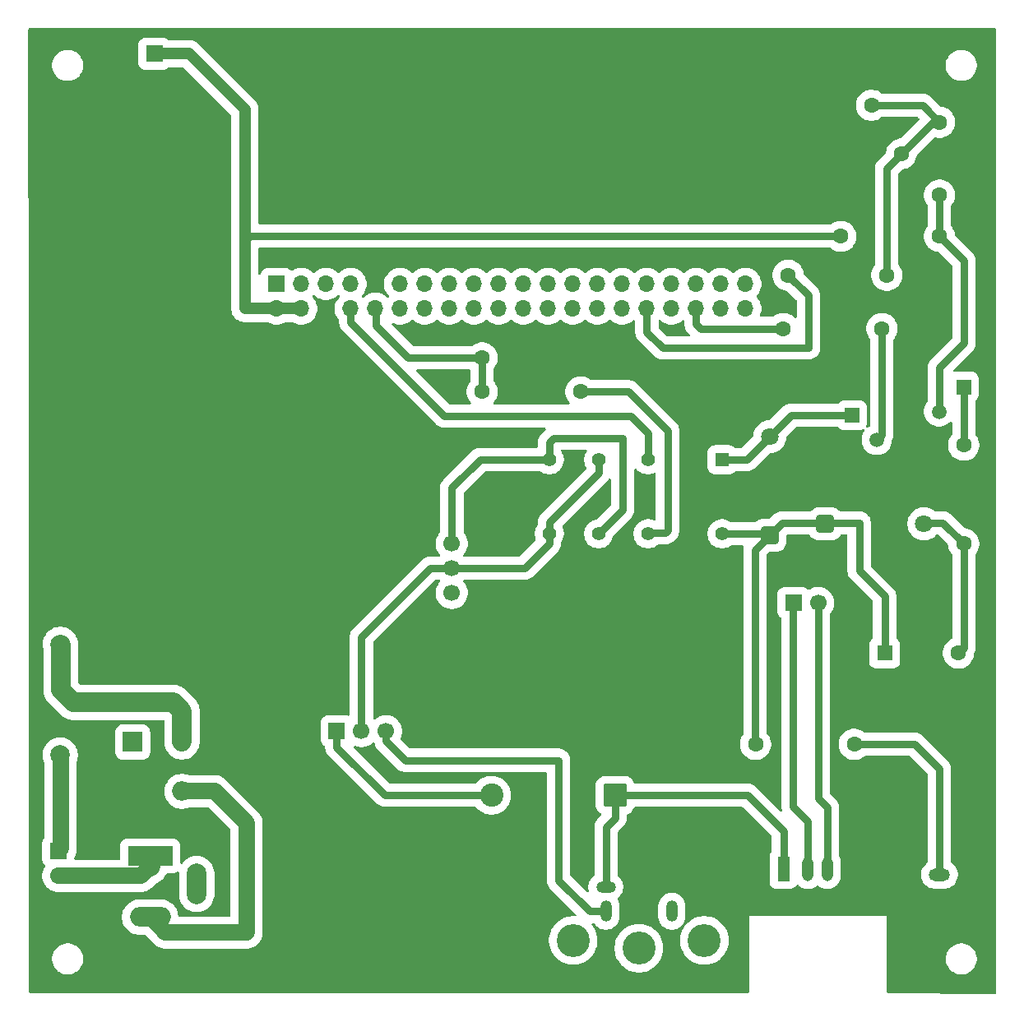
<source format=gbr>
%TF.GenerationSoftware,KiCad,Pcbnew,9.0.2*%
%TF.CreationDate,2025-10-25T15:21:40+02:00*%
%TF.ProjectId,VT100,50695a65-726f-45f5-9654-3130302e6b69,rev?*%
%TF.SameCoordinates,PX5e9ac00PYa0ca1c0*%
%TF.FileFunction,Copper,L2,Bot*%
%TF.FilePolarity,Positive*%
%FSLAX46Y46*%
G04 Gerber Fmt 4.6, Leading zero omitted, Abs format (unit mm)*
G04 Created by KiCad (PCBNEW 9.0.2) date 2025-10-25 15:21:40*
%MOMM*%
%LPD*%
G01*
G04 APERTURE LIST*
G04 Aperture macros list*
%AMRoundRect*
0 Rectangle with rounded corners*
0 $1 Rounding radius*
0 $2 $3 $4 $5 $6 $7 $8 $9 X,Y pos of 4 corners*
0 Add a 4 corners polygon primitive as box body*
4,1,4,$2,$3,$4,$5,$6,$7,$8,$9,$2,$3,0*
0 Add four circle primitives for the rounded corners*
1,1,$1+$1,$2,$3*
1,1,$1+$1,$4,$5*
1,1,$1+$1,$6,$7*
1,1,$1+$1,$8,$9*
0 Add four rect primitives between the rounded corners*
20,1,$1+$1,$2,$3,$4,$5,0*
20,1,$1+$1,$4,$5,$6,$7,0*
20,1,$1+$1,$6,$7,$8,$9,0*
20,1,$1+$1,$8,$9,$2,$3,0*%
G04 Aperture macros list end*
%TA.AperFunction,ComponentPad*%
%ADD10C,2.000000*%
%TD*%
%TA.AperFunction,ComponentPad*%
%ADD11RoundRect,0.250000X-0.650000X-0.650000X0.650000X-0.650000X0.650000X0.650000X-0.650000X0.650000X0*%
%TD*%
%TA.AperFunction,ComponentPad*%
%ADD12C,1.800000*%
%TD*%
%TA.AperFunction,ComponentPad*%
%ADD13RoundRect,0.250000X0.650000X-0.650000X0.650000X0.650000X-0.650000X0.650000X-0.650000X-0.650000X0*%
%TD*%
%TA.AperFunction,ComponentPad*%
%ADD14R,1.700000X1.700000*%
%TD*%
%TA.AperFunction,ComponentPad*%
%ADD15C,1.700000*%
%TD*%
%TA.AperFunction,ComponentPad*%
%ADD16O,1.700000X1.700000*%
%TD*%
%TA.AperFunction,ComponentPad*%
%ADD17R,1.500000X1.500000*%
%TD*%
%TA.AperFunction,ComponentPad*%
%ADD18C,1.500000*%
%TD*%
%TA.AperFunction,ComponentPad*%
%ADD19C,1.600000*%
%TD*%
%TA.AperFunction,ComponentPad*%
%ADD20O,1.200000X2.200000*%
%TD*%
%TA.AperFunction,ComponentPad*%
%ADD21O,2.000000X1.200000*%
%TD*%
%TA.AperFunction,ComponentPad*%
%ADD22C,3.400000*%
%TD*%
%TA.AperFunction,ComponentPad*%
%ADD23R,2.200000X1.300000*%
%TD*%
%TA.AperFunction,ComponentPad*%
%ADD24O,2.200000X1.300000*%
%TD*%
%TA.AperFunction,ComponentPad*%
%ADD25R,4.600000X2.000000*%
%TD*%
%TA.AperFunction,ComponentPad*%
%ADD26O,4.200000X2.000000*%
%TD*%
%TA.AperFunction,ComponentPad*%
%ADD27O,2.000000X4.200000*%
%TD*%
%TA.AperFunction,ComponentPad*%
%ADD28R,1.400000X1.400000*%
%TD*%
%TA.AperFunction,ComponentPad*%
%ADD29C,1.400000*%
%TD*%
%TA.AperFunction,ComponentPad*%
%ADD30R,1.600000X1.600000*%
%TD*%
%TA.AperFunction,ComponentPad*%
%ADD31R,2.000000X2.000000*%
%TD*%
%TA.AperFunction,ComponentPad*%
%ADD32O,2.000000X2.000000*%
%TD*%
%TA.AperFunction,ComponentPad*%
%ADD33RoundRect,0.250001X0.949999X0.949999X-0.949999X0.949999X-0.949999X-0.949999X0.949999X-0.949999X0*%
%TD*%
%TA.AperFunction,ComponentPad*%
%ADD34C,2.400000*%
%TD*%
%TA.AperFunction,ComponentPad*%
%ADD35R,1.300000X2.500000*%
%TD*%
%TA.AperFunction,ComponentPad*%
%ADD36O,1.200000X2.500000*%
%TD*%
%TA.AperFunction,ComponentPad*%
%ADD37O,1.500000X2.500000*%
%TD*%
%TA.AperFunction,ComponentPad*%
%ADD38C,3.000000*%
%TD*%
%TA.AperFunction,Conductor*%
%ADD39C,0.800000*%
%TD*%
%TA.AperFunction,Conductor*%
%ADD40C,1.700000*%
%TD*%
%TA.AperFunction,Conductor*%
%ADD41C,1.200000*%
%TD*%
%TA.AperFunction,Conductor*%
%ADD42C,2.000000*%
%TD*%
G04 APERTURE END LIST*
D10*
%TO.P,F1,1*%
%TO.N,Net-(J9-Pin_1)*%
X3300000Y24700000D03*
%TO.P,F1,2*%
%TO.N,Net-(D1-Pad4)*%
X3300000Y36100000D03*
%TD*%
D11*
%TO.P,D5,1,K*%
%TO.N,+5V*%
X82040000Y48500000D03*
D12*
%TO.P,D5,2,A*%
%TO.N,Net-(BZ1--)*%
X92200000Y48500000D03*
%TD*%
D13*
%TO.P,D4,1,K*%
%TO.N,+5V*%
X76340000Y47330000D03*
D12*
%TO.P,D4,2,A*%
%TO.N,Net-(D4-A)*%
X76340000Y57490000D03*
%TD*%
D14*
%TO.P,J8,1,Pin_1*%
%TO.N,+5V*%
X12975000Y96900000D03*
D15*
%TO.P,J8,2,Pin_2*%
%TO.N,GND*%
X10435000Y96900000D03*
%TD*%
D14*
%TO.P,J1,1,Pin_1*%
%TO.N,+3V3*%
X25570000Y73200000D03*
D16*
%TO.P,J1,2,Pin_2*%
%TO.N,+5V*%
X25570000Y70660000D03*
%TO.P,J1,3,Pin_3*%
%TO.N,/GPIO2{slash}SDA1*%
X28110000Y73200000D03*
%TO.P,J1,4,Pin_4*%
%TO.N,+5V*%
X28110000Y70660000D03*
%TO.P,J1,5,Pin_5*%
%TO.N,/GPIO3{slash}SCL1*%
X30650000Y73200000D03*
%TO.P,J1,6,Pin_6*%
%TO.N,GND*%
X30650000Y70660000D03*
%TO.P,J1,7,Pin_7*%
%TO.N,/GPIO4{slash}GPCLK0*%
X33190000Y73200000D03*
%TO.P,J1,8,Pin_8*%
%TO.N,/GPIO14{slash}TXD0*%
X33190000Y70660000D03*
%TO.P,J1,9,Pin_9*%
%TO.N,GND*%
X35730000Y73200000D03*
%TO.P,J1,10,Pin_10*%
%TO.N,/GPIO15{slash}RXD0*%
X35730000Y70660000D03*
%TO.P,J1,11,Pin_11*%
%TO.N,/GPIO17*%
X38270000Y73200000D03*
%TO.P,J1,12,Pin_12*%
%TO.N,/GPIO18{slash}PCM.CLK*%
X38270000Y70660000D03*
%TO.P,J1,13,Pin_13*%
%TO.N,/GPIO27*%
X40810000Y73200000D03*
%TO.P,J1,14,Pin_14*%
%TO.N,unconnected-(J1-Pin_14-Pad14)*%
X40810000Y70660000D03*
%TO.P,J1,15,Pin_15*%
%TO.N,/GPIO22*%
X43350000Y73200000D03*
%TO.P,J1,16,Pin_16*%
%TO.N,/GPIO23*%
X43350000Y70660000D03*
%TO.P,J1,17,Pin_17*%
%TO.N,unconnected-(J1-Pin_17-Pad17)*%
X45890000Y73200000D03*
%TO.P,J1,18,Pin_18*%
%TO.N,/GPIO24*%
X45890000Y70660000D03*
%TO.P,J1,19,Pin_19*%
%TO.N,/GPIO10{slash}SPI0.MOSI*%
X48430000Y73200000D03*
%TO.P,J1,20,Pin_20*%
%TO.N,unconnected-(J1-Pin_20-Pad20)*%
X48430000Y70660000D03*
%TO.P,J1,21,Pin_21*%
%TO.N,/GPIO9{slash}SPI0.MISO*%
X50970000Y73200000D03*
%TO.P,J1,22,Pin_22*%
%TO.N,/GPIO25*%
X50970000Y70660000D03*
%TO.P,J1,23,Pin_23*%
%TO.N,/GPIO11{slash}SPI0.SCLK*%
X53510000Y73200000D03*
%TO.P,J1,24,Pin_24*%
%TO.N,/GPIO8{slash}SPI0.CE0*%
X53510000Y70660000D03*
%TO.P,J1,25,Pin_25*%
%TO.N,unconnected-(J1-Pin_25-Pad25)*%
X56050000Y73200000D03*
%TO.P,J1,26,Pin_26*%
%TO.N,/GPIO7{slash}SPI0.CE1*%
X56050000Y70660000D03*
%TO.P,J1,27,Pin_27*%
%TO.N,/ID_SDA*%
X58590000Y73200000D03*
%TO.P,J1,28,Pin_28*%
%TO.N,/ID_SCL*%
X58590000Y70660000D03*
%TO.P,J1,29,Pin_29*%
%TO.N,/GPIO5*%
X61130000Y73200000D03*
%TO.P,J1,30,Pin_30*%
%TO.N,unconnected-(J1-Pin_30-Pad30)*%
X61130000Y70660000D03*
%TO.P,J1,31,Pin_31*%
%TO.N,/GPIO6*%
X63670000Y73200000D03*
%TO.P,J1,32,Pin_32*%
%TO.N,Sound*%
X63670000Y70660000D03*
%TO.P,J1,33,Pin_33*%
%TO.N,/GPIO13{slash}PWM1*%
X66210000Y73200000D03*
%TO.P,J1,34,Pin_34*%
%TO.N,unconnected-(J1-Pin_34-Pad34)*%
X66210000Y70660000D03*
%TO.P,J1,35,Pin_35*%
%TO.N,/GPIO19{slash}PCM.FS*%
X68750000Y73200000D03*
%TO.P,J1,36,Pin_36*%
%TO.N,/GPIO16*%
X68750000Y70660000D03*
%TO.P,J1,37,Pin_37*%
%TO.N,/GPIO26*%
X71290000Y73200000D03*
%TO.P,J1,38,Pin_38*%
%TO.N,/GPIO20{slash}PCM.DIN*%
X71290000Y70660000D03*
%TO.P,J1,39,Pin_39*%
%TO.N,unconnected-(J1-Pin_39-Pad39)*%
X73830000Y73200000D03*
%TO.P,J1,40,Pin_40*%
%TO.N,/GPIO21{slash}PCM.DOUT*%
X73830000Y70660000D03*
%TD*%
D14*
%TO.P,J2,1,Pin_1*%
%TO.N,+5V*%
X31760000Y27150000D03*
D15*
%TO.P,J2,2,Pin_2*%
%TO.N,Net-(J2-Pin_2)*%
X34300000Y27150000D03*
%TO.P,J2,3,Pin_3*%
%TO.N,Net-(J2-Pin_3)*%
X36840000Y27150000D03*
%TO.P,J2,4,Pin_4*%
%TO.N,GND*%
X39380000Y27150000D03*
%TD*%
D17*
%TO.P,Q1,1,C*%
%TO.N,Net-(D4-A)*%
X84800000Y59680000D03*
D18*
%TO.P,Q1,2,B*%
%TO.N,Net-(Q1-B)*%
X87340000Y57140000D03*
%TO.P,Q1,3,E*%
%TO.N,GND*%
X84800000Y54600000D03*
%TD*%
D19*
%TO.P,C6,1*%
%TO.N,Net-(C5-Pad1)*%
X93800000Y89850000D03*
%TO.P,C6,2*%
%TO.N,Net-(Q2-B)*%
X93800000Y82350000D03*
%TD*%
%TO.P,C5,1*%
%TO.N,Net-(C5-Pad1)*%
X86800000Y91600000D03*
%TO.P,C5,2*%
%TO.N,GND*%
X81800000Y91600000D03*
%TD*%
D20*
%TO.P,J4,1*%
%TO.N,GND*%
X64150000Y8600000D03*
%TO.P,J4,2*%
X61550000Y8600000D03*
%TO.P,J4,3*%
%TO.N,Net-(J2-Pin_2)*%
X66250000Y8600000D03*
%TO.P,J4,4*%
%TO.N,Net-(J2-Pin_3)*%
X59450000Y8600000D03*
D21*
%TO.P,J4,5*%
%TO.N,GND*%
X66250000Y11100000D03*
%TO.P,J4,6*%
%TO.N,Net-(D3-K)*%
X59450000Y11100000D03*
D22*
%TO.P,J4,C1*%
%TO.N,N/C*%
X69600000Y5600000D03*
%TO.P,J4,C2*%
X56100000Y5600000D03*
%TO.P,J4,SH*%
X62850000Y4800000D03*
%TD*%
D23*
%TO.P,D2,1,K*%
%TO.N,GND*%
X93800000Y9830000D03*
D24*
%TO.P,D2,2,A*%
%TO.N,Net-(D2-A)*%
X93800000Y12370000D03*
%TD*%
D17*
%TO.P,Q2,1,C*%
%TO.N,Net-(Q2-C)*%
X96300000Y62600000D03*
D18*
%TO.P,Q2,2,B*%
%TO.N,Net-(Q2-B)*%
X93760000Y60060000D03*
%TO.P,Q2,3,E*%
%TO.N,GND*%
X91220000Y62600000D03*
%TD*%
D19*
%TO.P,R8,1*%
%TO.N,GND*%
X79720000Y86600000D03*
%TO.P,R8,2*%
%TO.N,Net-(C5-Pad1)*%
X89880000Y86600000D03*
%TD*%
%TO.P,R3,1*%
%TO.N,GND*%
X56880000Y65600000D03*
%TO.P,R3,2*%
%TO.N,/GPIO15{slash}RXD0*%
X46720000Y65600000D03*
%TD*%
D25*
%TO.P,J3,1,In*%
%TO.N,Net-(J3-In)*%
X12550000Y14300000D03*
D26*
%TO.P,J3,2,Ext*%
%TO.N,Net-(D1--)*%
X12550000Y8000000D03*
D27*
%TO.P,J3,3*%
%TO.N,N/C*%
X17350000Y11400000D03*
%TD*%
D28*
%TO.P,K1,1*%
%TO.N,Net-(D4-A)*%
X71420000Y55100000D03*
D29*
%TO.P,K1,4*%
%TO.N,/GPIO14{slash}TXD0*%
X63800000Y55100000D03*
%TO.P,K1,6*%
%TO.N,Net-(J2-Pin_2)*%
X58720000Y55100000D03*
%TO.P,K1,8*%
%TO.N,Net-(J2-Pin_3)*%
X53640000Y55100000D03*
%TO.P,K1,9*%
%TO.N,Net-(J2-Pin_2)*%
X53640000Y47480000D03*
%TO.P,K1,11*%
%TO.N,Net-(J2-Pin_3)*%
X58720000Y47480000D03*
%TO.P,K1,13*%
%TO.N,Net-(K1-Pad13)*%
X63800000Y47480000D03*
%TO.P,K1,16*%
%TO.N,+5V*%
X71420000Y47480000D03*
%TD*%
D19*
%TO.P,R4,1*%
%TO.N,/GPIO16*%
X77720000Y68600000D03*
%TO.P,R4,2*%
%TO.N,Net-(Q1-B)*%
X87880000Y68600000D03*
%TD*%
D14*
%TO.P,J5,1,Pin_1*%
%TO.N,Net-(J5-Pin_1)*%
X78775000Y40350000D03*
D15*
%TO.P,J5,2,Pin_2*%
%TO.N,Net-(J5-Pin_2)*%
X81315000Y40350000D03*
%TD*%
D30*
%TO.P,BZ1,1,+*%
%TO.N,+5V*%
X88150000Y35200000D03*
D19*
%TO.P,BZ1,2,-*%
%TO.N,Net-(BZ1--)*%
X95750000Y35200000D03*
%TD*%
D31*
%TO.P,D1,1,+*%
%TO.N,Net-(D1-+)*%
X10750000Y26030000D03*
D32*
%TO.P,D1,2*%
%TO.N,GND*%
X10750000Y20950000D03*
%TO.P,D1,3,-*%
%TO.N,Net-(D1--)*%
X15830000Y20950000D03*
%TO.P,D1,4*%
%TO.N,Net-(D1-Pad4)*%
X15830000Y26030000D03*
%TD*%
D33*
%TO.P,D3,1,K*%
%TO.N,Net-(D3-K)*%
X60400000Y20550000D03*
D34*
%TO.P,D3,2,A*%
%TO.N,+5V*%
X47700000Y20550000D03*
%TD*%
D19*
%TO.P,R1,1*%
%TO.N,+5V*%
X74870000Y25800000D03*
%TO.P,R1,2*%
%TO.N,Net-(D2-A)*%
X85030000Y25800000D03*
%TD*%
%TO.P,R10,1*%
%TO.N,Net-(Q2-C)*%
X96300000Y56600000D03*
%TO.P,R10,2*%
%TO.N,Net-(BZ1--)*%
X96300000Y46440000D03*
%TD*%
D14*
%TO.P,J7,1,Pin_1*%
%TO.N,GND*%
X43600000Y38850000D03*
D15*
%TO.P,J7,2,Pin_2*%
%TO.N,Net-(D3-K)*%
X43600000Y41390000D03*
%TO.P,J7,3,Pin_3*%
%TO.N,Net-(J2-Pin_2)*%
X43600000Y43930000D03*
%TO.P,J7,4,Pin_4*%
%TO.N,Net-(J2-Pin_3)*%
X43600000Y46470000D03*
%TD*%
D19*
%TO.P,R9,1*%
%TO.N,Net-(Q2-B)*%
X93800000Y78100000D03*
%TO.P,R9,2*%
%TO.N,+5V*%
X83640000Y78100000D03*
%TD*%
D35*
%TO.P,J6,1,VBUS*%
%TO.N,Net-(D3-K)*%
X77750000Y12940000D03*
D36*
%TO.P,J6,2,D-*%
%TO.N,Net-(J5-Pin_1)*%
X80250000Y12940000D03*
%TO.P,J6,3,D+*%
%TO.N,Net-(J5-Pin_2)*%
X82250000Y12940000D03*
D37*
%TO.P,J6,4,GND*%
%TO.N,GND*%
X84750000Y12940000D03*
D38*
%TO.P,J6,5,Shield*%
X74680000Y10230000D03*
X87820000Y10230000D03*
%TD*%
D19*
%TO.P,R2,1*%
%TO.N,/GPIO15{slash}RXD0*%
X46720000Y62100000D03*
%TO.P,R2,2*%
%TO.N,Net-(K1-Pad13)*%
X56880000Y62100000D03*
%TD*%
%TO.P,R7,1*%
%TO.N,Sound*%
X78220000Y74100000D03*
%TO.P,R7,2*%
%TO.N,Net-(C5-Pad1)*%
X88380000Y74100000D03*
%TD*%
D14*
%TO.P,J9,1,Pin_1*%
%TO.N,Net-(J9-Pin_1)*%
X3100000Y14775000D03*
D15*
%TO.P,J9,2,Pin_2*%
%TO.N,Net-(J3-In)*%
X3100000Y12235000D03*
%TD*%
D39*
%TO.N,+5V*%
X22300000Y77600000D02*
X22850000Y78150000D01*
X22850000Y78150000D02*
X83590000Y78150000D01*
X83590000Y78150000D02*
X83640000Y78100000D01*
%TO.N,Net-(D4-A)*%
X76340000Y57490000D02*
X73950000Y55100000D01*
X73950000Y55100000D02*
X71420000Y55100000D01*
X84800000Y59680000D02*
X78530000Y59680000D01*
X78530000Y59680000D02*
X76340000Y57490000D01*
D40*
%TO.N,Net-(D1--)*%
X15830000Y20950000D02*
X19200000Y20950000D01*
X19200000Y20950000D02*
X22450000Y17700000D01*
X22450000Y17700000D02*
X22450000Y6400000D01*
X22450000Y6400000D02*
X14150000Y6400000D01*
X14150000Y6400000D02*
X12550000Y8000000D01*
D41*
%TO.N,+5V*%
X12975000Y96900000D02*
X16550000Y96900000D01*
X16550000Y96900000D02*
X22300000Y91150000D01*
X22300000Y91150000D02*
X22300000Y77600000D01*
D39*
%TO.N,/GPIO14{slash}TXD0*%
X62035844Y59600000D02*
X42835844Y59600000D01*
X33190000Y69245844D02*
X33190000Y70660000D01*
X63800000Y55100000D02*
X63800000Y57835844D01*
X42835844Y59600000D02*
X33190000Y69245844D01*
X63800000Y57835844D02*
X62035844Y59600000D01*
%TO.N,/GPIO15{slash}RXD0*%
X46720000Y65600000D02*
X46720000Y62100000D01*
X35750000Y70640000D02*
X35750000Y68950000D01*
X35730000Y70660000D02*
X35750000Y70640000D01*
X35750000Y68950000D02*
X39100000Y65600000D01*
X39100000Y65600000D02*
X46720000Y65600000D01*
%TO.N,Net-(C5-Pad1)*%
X93130000Y89850000D02*
X89880000Y86600000D01*
X88380000Y85100000D02*
X88380000Y74100000D01*
X92050000Y91600000D02*
X93800000Y89850000D01*
X89880000Y86600000D02*
X88380000Y85100000D01*
X93800000Y89850000D02*
X93130000Y89850000D01*
X86800000Y91600000D02*
X92050000Y91600000D01*
%TO.N,/GPIO16*%
X68750000Y70660000D02*
X68750000Y69050000D01*
X69200000Y68600000D02*
X77720000Y68600000D01*
X68750000Y69050000D02*
X69200000Y68600000D01*
%TO.N,+5V*%
X36710000Y20550000D02*
X31760000Y25500000D01*
X47700000Y20550000D02*
X36710000Y20550000D01*
X85535000Y43665000D02*
X85535000Y48600000D01*
X71420000Y47480000D02*
X76190000Y47480000D01*
X76340000Y47330000D02*
X77610000Y48600000D01*
D41*
X22300000Y70660000D02*
X25570000Y70660000D01*
D39*
X85535000Y48600000D02*
X80200000Y48600000D01*
D41*
X25570000Y70660000D02*
X28110000Y70660000D01*
D39*
X88150000Y35200000D02*
X88150000Y41050000D01*
X76340000Y47330000D02*
X74800000Y45790000D01*
X31660000Y27250000D02*
X31760000Y27150000D01*
X31760000Y25500000D02*
X31760000Y27150000D01*
X88150000Y41050000D02*
X85535000Y43665000D01*
X74800000Y25870000D02*
X74870000Y25800000D01*
X77610000Y48600000D02*
X80200000Y48600000D01*
X74800000Y45790000D02*
X74800000Y25870000D01*
X76190000Y47480000D02*
X76340000Y47330000D01*
D41*
X22300000Y70660000D02*
X22300000Y77600000D01*
D42*
%TO.N,Net-(D1-Pad4)*%
X14950000Y30100000D02*
X15830000Y29220000D01*
X15830000Y29220000D02*
X15830000Y26030000D01*
X3350000Y31400000D02*
X4650000Y30100000D01*
X3350000Y36050000D02*
X3350000Y31400000D01*
X4650000Y30100000D02*
X14950000Y30100000D01*
D40*
%TO.N,Net-(J3-In)*%
X3100000Y12235000D02*
X11585000Y12235000D01*
X11585000Y12235000D02*
X12550000Y13200000D01*
D42*
X12550000Y13200000D02*
X12550000Y14300000D01*
D39*
%TO.N,Net-(J5-Pin_1)*%
X78775000Y40350000D02*
X78750000Y40325000D01*
X78750000Y19350000D02*
X80250000Y17850000D01*
X78750000Y40325000D02*
X78750000Y19350000D01*
X80250000Y17850000D02*
X80250000Y12940000D01*
%TO.N,Net-(J5-Pin_2)*%
X81315000Y20235000D02*
X82250000Y19300000D01*
X81315000Y40350000D02*
X81315000Y20235000D01*
X82250000Y19300000D02*
X82250000Y12940000D01*
%TO.N,Net-(D3-K)*%
X77750000Y12940000D02*
X77750000Y16850000D01*
X60400000Y20550000D02*
X60400000Y18200000D01*
X59500000Y11100000D02*
X59450000Y11100000D01*
X60400000Y18200000D02*
X59500000Y17300000D01*
X60400000Y20550000D02*
X74050000Y20550000D01*
X59500000Y17300000D02*
X59500000Y11100000D01*
X74050000Y20550000D02*
X77750000Y16850000D01*
D40*
%TO.N,Net-(J9-Pin_1)*%
X3350000Y15025000D02*
X3100000Y14775000D01*
X3350000Y24650000D02*
X3350000Y15025000D01*
D39*
%TO.N,Net-(J2-Pin_3)*%
X36840000Y27150000D02*
X36840000Y26110000D01*
X43600000Y46470000D02*
X43600000Y52200000D01*
X53640000Y56890000D02*
X54100000Y57350000D01*
X54100000Y57350000D02*
X61200000Y57350000D01*
X54600000Y24150000D02*
X54600000Y11800000D01*
X61200000Y57350000D02*
X61200000Y49960000D01*
X57800000Y8600000D02*
X59450000Y8600000D01*
X38800000Y24150000D02*
X54600000Y24150000D01*
X54600000Y11800000D02*
X57800000Y8600000D01*
X61200000Y49960000D02*
X58720000Y47480000D01*
X36840000Y26110000D02*
X38800000Y24150000D01*
X43600000Y52200000D02*
X46500000Y55100000D01*
X53640000Y55100000D02*
X53640000Y56890000D01*
X46500000Y55100000D02*
X53640000Y55100000D01*
%TO.N,Net-(J2-Pin_2)*%
X41380000Y43930000D02*
X34300000Y36850000D01*
X43600000Y43930000D02*
X41380000Y43930000D01*
X53640000Y48640000D02*
X53640000Y47480000D01*
X53640000Y47480000D02*
X53640000Y46500000D01*
X50090000Y43930000D02*
X43600000Y43930000D01*
X53640000Y46500000D02*
X51070000Y43930000D01*
X58720000Y55100000D02*
X58720000Y53720000D01*
X58720000Y53720000D02*
X53640000Y48640000D01*
X51070000Y43930000D02*
X50090000Y43930000D01*
X34300000Y36850000D02*
X34300000Y27150000D01*
%TO.N,Net-(D4-A)*%
X84344000Y60030000D02*
X84344000Y59680000D01*
X84450000Y60030000D02*
X84800000Y59680000D01*
X71420000Y55100000D02*
X71420000Y55110000D01*
%TO.N,Net-(Q1-B)*%
X87880000Y57680000D02*
X87340000Y57140000D01*
X87880000Y68600000D02*
X87880000Y57680000D01*
%TO.N,Net-(D2-A)*%
X86650000Y25800000D02*
X91250000Y25800000D01*
X85030000Y25800000D02*
X86650000Y25800000D01*
X93800000Y23250000D02*
X93800000Y12370000D01*
X91250000Y25800000D02*
X93800000Y23250000D01*
%TO.N,Net-(Q2-B)*%
X96300000Y75600000D02*
X96300000Y67100000D01*
X93760000Y64560000D02*
X93760000Y60060000D01*
X93800000Y78100000D02*
X96300000Y75600000D01*
X96300000Y67100000D02*
X93760000Y64560000D01*
X93800000Y82350000D02*
X93800000Y78100000D01*
%TO.N,Sound*%
X80300000Y72020000D02*
X80300000Y66600000D01*
X78220000Y74100000D02*
X80300000Y72020000D01*
X63670000Y68230000D02*
X63670000Y70660000D01*
X80300000Y66600000D02*
X65300000Y66600000D01*
X65300000Y66600000D02*
X63670000Y68230000D01*
%TO.N,Net-(Q2-C)*%
X96300000Y62600000D02*
X96300000Y56600000D01*
%TO.N,Net-(K1-Pad13)*%
X65800000Y47800000D02*
X65800000Y58100000D01*
X61800000Y62100000D02*
X56880000Y62100000D01*
X65550000Y47550000D02*
X65800000Y47800000D01*
X63800000Y47480000D02*
X63870000Y47550000D01*
X65800000Y58100000D02*
X61800000Y62100000D01*
X63870000Y47550000D02*
X65550000Y47550000D01*
%TO.N,Net-(BZ1--)*%
X92900000Y48600000D02*
X94140000Y48600000D01*
X96300000Y46440000D02*
X96300000Y35750000D01*
X94140000Y48600000D02*
X96300000Y46440000D01*
X96300000Y35750000D02*
X95750000Y35200000D01*
%TD*%
%TA.AperFunction,Conductor*%
%TO.N,GND*%
G36*
X99542539Y99530315D02*
G01*
X99588294Y99477511D01*
X99599500Y99426000D01*
X99599500Y226834D01*
X99579815Y159795D01*
X99527011Y114040D01*
X99474449Y102838D01*
X88473264Y196068D01*
X88406394Y216320D01*
X88361088Y269510D01*
X88350317Y320844D01*
X88361752Y2138911D01*
X88372363Y3825962D01*
X94449500Y3825962D01*
X94449500Y3574038D01*
X94484865Y3350754D01*
X94488910Y3325215D01*
X94566760Y3085617D01*
X94681132Y2861152D01*
X94829201Y2657351D01*
X94829205Y2657346D01*
X95007345Y2479206D01*
X95007350Y2479202D01*
X95125387Y2393444D01*
X95211155Y2331130D01*
X95354184Y2258253D01*
X95435616Y2216761D01*
X95435618Y2216761D01*
X95435621Y2216759D01*
X95675215Y2138910D01*
X95924038Y2099500D01*
X95924039Y2099500D01*
X96175961Y2099500D01*
X96175962Y2099500D01*
X96424785Y2138910D01*
X96664379Y2216759D01*
X96888845Y2331130D01*
X97092656Y2479207D01*
X97270793Y2657344D01*
X97418870Y2861155D01*
X97533241Y3085621D01*
X97611090Y3325215D01*
X97650500Y3574038D01*
X97650500Y3825962D01*
X97611090Y4074785D01*
X97533241Y4314379D01*
X97533239Y4314382D01*
X97533239Y4314384D01*
X97491747Y4395816D01*
X97418870Y4538845D01*
X97399952Y4564883D01*
X97270798Y4742650D01*
X97270794Y4742655D01*
X97092654Y4920795D01*
X97092649Y4920799D01*
X96888848Y5068868D01*
X96888847Y5068869D01*
X96888845Y5068870D01*
X96818747Y5104587D01*
X96664383Y5183240D01*
X96424785Y5261090D01*
X96175962Y5300500D01*
X95924038Y5300500D01*
X95799626Y5280795D01*
X95675214Y5261090D01*
X95435616Y5183240D01*
X95211151Y5068868D01*
X95007350Y4920799D01*
X95007345Y4920795D01*
X94829205Y4742655D01*
X94829201Y4742650D01*
X94681132Y4538849D01*
X94566760Y4314384D01*
X94513593Y4150752D01*
X94488910Y4074785D01*
X94449500Y3825962D01*
X88372363Y3825962D01*
X88399112Y8078952D01*
X88399243Y8079082D01*
X88399243Y8099772D01*
X88399374Y8120600D01*
X88399372Y8120602D01*
X88399373Y8120606D01*
X88399247Y8120914D01*
X88384557Y8135604D01*
X88369978Y8150367D01*
X88369792Y8150369D01*
X88369661Y8150500D01*
X88348822Y8150500D01*
X88328143Y8150630D01*
X88328011Y8150500D01*
X74345578Y8150500D01*
X74345557Y8150504D01*
X74320912Y8150502D01*
X74300005Y8150501D01*
X74299993Y8150500D01*
X74279077Y8150500D01*
X74279076Y8150499D01*
X74267965Y8139385D01*
X74267959Y8139379D01*
X74264287Y8135705D01*
X74249500Y8120918D01*
X74249500Y8120915D01*
X74249498Y8120912D01*
X74249498Y8117538D01*
X74249498Y8117537D01*
X74249500Y8103614D01*
X74249500Y8054443D01*
X74249504Y8054420D01*
X74250400Y324514D01*
X74230723Y257473D01*
X74177925Y211712D01*
X74126400Y200500D01*
X174412Y200500D01*
X107373Y220185D01*
X61618Y272989D01*
X50412Y324438D01*
X48660Y3825962D01*
X2449500Y3825962D01*
X2449500Y3574038D01*
X2484865Y3350754D01*
X2488910Y3325215D01*
X2566760Y3085617D01*
X2681132Y2861152D01*
X2829201Y2657351D01*
X2829205Y2657346D01*
X3007345Y2479206D01*
X3007350Y2479202D01*
X3125387Y2393444D01*
X3211155Y2331130D01*
X3354184Y2258253D01*
X3435616Y2216761D01*
X3435618Y2216761D01*
X3435621Y2216759D01*
X3675215Y2138910D01*
X3924038Y2099500D01*
X3924039Y2099500D01*
X4175961Y2099500D01*
X4175962Y2099500D01*
X4424785Y2138910D01*
X4664379Y2216759D01*
X4888845Y2331130D01*
X5092656Y2479207D01*
X5270793Y2657344D01*
X5418870Y2861155D01*
X5533241Y3085621D01*
X5611090Y3325215D01*
X5650500Y3574038D01*
X5650500Y3825962D01*
X5611090Y4074785D01*
X5533241Y4314379D01*
X5533239Y4314382D01*
X5533239Y4314384D01*
X5491747Y4395816D01*
X5418870Y4538845D01*
X5399952Y4564883D01*
X5270798Y4742650D01*
X5270794Y4742655D01*
X5092654Y4920795D01*
X5092649Y4920799D01*
X4888848Y5068868D01*
X4888847Y5068869D01*
X4888845Y5068870D01*
X4818747Y5104587D01*
X4664383Y5183240D01*
X4424785Y5261090D01*
X4175962Y5300500D01*
X3924038Y5300500D01*
X3799626Y5280795D01*
X3675214Y5261090D01*
X3435616Y5183240D01*
X3211151Y5068868D01*
X3007350Y4920799D01*
X3007345Y4920795D01*
X2829205Y4742655D01*
X2829201Y4742650D01*
X2681132Y4538849D01*
X2566760Y4314384D01*
X2513593Y4150752D01*
X2488910Y4074785D01*
X2449500Y3825962D01*
X48660Y3825962D01*
X48658Y3830772D01*
X48035Y5076812D01*
X46514Y8118005D01*
X9649500Y8118005D01*
X9649500Y7881996D01*
X9649501Y7881980D01*
X9680306Y7647990D01*
X9741394Y7420007D01*
X9831714Y7201955D01*
X9831719Y7201944D01*
X9882609Y7113801D01*
X9949727Y6997550D01*
X9949729Y6997547D01*
X9949730Y6997546D01*
X10093406Y6810303D01*
X10093412Y6810296D01*
X10260295Y6643413D01*
X10260301Y6643408D01*
X10447550Y6499727D01*
X10578918Y6423882D01*
X10651943Y6381720D01*
X10651948Y6381718D01*
X10651951Y6381716D01*
X10870007Y6291394D01*
X11097986Y6230307D01*
X11331989Y6199500D01*
X11964978Y6199500D01*
X12032017Y6179815D01*
X12052659Y6163181D01*
X12887943Y5327898D01*
X12887972Y5327867D01*
X13074769Y5141071D01*
X13074774Y5141066D01*
X13163213Y5076812D01*
X13163216Y5076811D01*
X13284949Y4988365D01*
X13445262Y4906682D01*
X13516428Y4870421D01*
X13704045Y4809461D01*
X13763506Y4790140D01*
X13763505Y4790140D01*
X13779397Y4787624D01*
X13798591Y4784584D01*
X14020103Y4749499D01*
X14020105Y4749499D01*
X14285008Y4749499D01*
X14285032Y4749500D01*
X22579902Y4749500D01*
X22693298Y4767461D01*
X22836493Y4790140D01*
X23083572Y4870421D01*
X23315051Y4988366D01*
X23525229Y5141069D01*
X23708931Y5324771D01*
X23861634Y5534949D01*
X23979579Y5766428D01*
X24059860Y6013507D01*
X24089318Y6199502D01*
X24100500Y6270098D01*
X24100500Y17829903D01*
X24070242Y18020941D01*
X24059860Y18086493D01*
X23999182Y18273240D01*
X23979579Y18333573D01*
X23979579Y18333574D01*
X23901783Y18486256D01*
X23861635Y18565051D01*
X23708931Y18775229D01*
X20275229Y22208931D01*
X20065051Y22361635D01*
X20033547Y22377687D01*
X19833573Y22479580D01*
X19833567Y22479582D01*
X19772980Y22499267D01*
X19772979Y22499267D01*
X19586495Y22559860D01*
X19329902Y22600500D01*
X19329897Y22600500D01*
X16574938Y22600500D01*
X16527486Y22609939D01*
X16409993Y22658606D01*
X16182010Y22719694D01*
X15948020Y22750499D01*
X15948017Y22750500D01*
X15948011Y22750500D01*
X15711989Y22750500D01*
X15711983Y22750500D01*
X15711979Y22750499D01*
X15477989Y22719694D01*
X15250006Y22658606D01*
X15031954Y22568286D01*
X15031943Y22568281D01*
X14827545Y22450270D01*
X14640302Y22306594D01*
X14640295Y22306588D01*
X14473412Y22139705D01*
X14473406Y22139698D01*
X14329730Y21952455D01*
X14211719Y21748057D01*
X14211714Y21748046D01*
X14121394Y21529994D01*
X14060306Y21302011D01*
X14029501Y21068021D01*
X14029500Y21068005D01*
X14029500Y20831996D01*
X14029501Y20831980D01*
X14060306Y20597990D01*
X14121394Y20370007D01*
X14211714Y20151955D01*
X14211719Y20151944D01*
X14252060Y20082073D01*
X14329727Y19947550D01*
X14329729Y19947547D01*
X14329730Y19947546D01*
X14473406Y19760303D01*
X14473412Y19760296D01*
X14640295Y19593413D01*
X14640302Y19593407D01*
X14731746Y19523240D01*
X14827550Y19449727D01*
X14923956Y19394067D01*
X15031943Y19331720D01*
X15031948Y19331718D01*
X15031951Y19331716D01*
X15250007Y19241394D01*
X15477986Y19180307D01*
X15711989Y19149500D01*
X15711996Y19149500D01*
X15948004Y19149500D01*
X15948011Y19149500D01*
X16182014Y19180307D01*
X16409993Y19241394D01*
X16502749Y19279815D01*
X16527486Y19290061D01*
X16574938Y19299500D01*
X18464978Y19299500D01*
X18532017Y19279815D01*
X18552659Y19263181D01*
X20763181Y17052659D01*
X20796666Y16991336D01*
X20799500Y16964978D01*
X20799500Y8174500D01*
X20779815Y8107461D01*
X20727011Y8061706D01*
X20675500Y8050500D01*
X15568133Y8050500D01*
X15501094Y8070185D01*
X15455339Y8122989D01*
X15445194Y8158315D01*
X15419693Y8352011D01*
X15419693Y8352014D01*
X15358606Y8579993D01*
X15268284Y8798049D01*
X15268282Y8798052D01*
X15268280Y8798057D01*
X15184361Y8943407D01*
X15150273Y9002450D01*
X15006592Y9189699D01*
X15006587Y9189705D01*
X14839704Y9356588D01*
X14839697Y9356594D01*
X14652454Y9500270D01*
X14652453Y9500271D01*
X14652450Y9500273D01*
X14570957Y9547323D01*
X14448056Y9618281D01*
X14448045Y9618286D01*
X14229993Y9708606D01*
X14002010Y9769694D01*
X13768020Y9800499D01*
X13768017Y9800500D01*
X13768011Y9800500D01*
X11331989Y9800500D01*
X11331983Y9800500D01*
X11331979Y9800499D01*
X11097989Y9769694D01*
X10870006Y9708606D01*
X10651954Y9618286D01*
X10651943Y9618281D01*
X10460909Y9507986D01*
X10450457Y9501951D01*
X10447545Y9500270D01*
X10260302Y9356594D01*
X10260295Y9356588D01*
X10093412Y9189705D01*
X10093406Y9189698D01*
X9949730Y9002455D01*
X9831719Y8798057D01*
X9831714Y8798046D01*
X9741394Y8579994D01*
X9680306Y8352011D01*
X9649501Y8118021D01*
X9649500Y8118005D01*
X46514Y8118005D01*
X42736Y15669961D01*
X1449500Y15669961D01*
X1449500Y13880040D01*
X1464630Y13745751D01*
X1464631Y13745746D01*
X1524211Y13575477D01*
X1620184Y13422738D01*
X1720576Y13322346D01*
X1754061Y13261023D01*
X1749077Y13191331D01*
X1733214Y13161781D01*
X1688367Y13100054D01*
X1570422Y12868577D01*
X1490140Y12621494D01*
X1449500Y12364903D01*
X1449500Y12105098D01*
X1490140Y11848507D01*
X1570422Y11601424D01*
X1651534Y11442236D01*
X1684446Y11377642D01*
X1688368Y11369946D01*
X1804414Y11210222D01*
X1841069Y11159771D01*
X2024771Y10976069D01*
X2234949Y10823366D01*
X2335664Y10772049D01*
X2466423Y10705423D01*
X2466425Y10705423D01*
X2466428Y10705421D01*
X2713507Y10625140D01*
X2830813Y10606561D01*
X2970098Y10584500D01*
X2970103Y10584500D01*
X11714902Y10584500D01*
X11830978Y10602885D01*
X11971493Y10625140D01*
X12163272Y10687453D01*
X12218573Y10705421D01*
X12450051Y10823365D01*
X12660229Y10976069D01*
X13190331Y11506173D01*
X13230551Y11533048D01*
X13348049Y11581716D01*
X13552450Y11699727D01*
X13739699Y11843408D01*
X13906592Y12010301D01*
X14050273Y12197550D01*
X14168284Y12401951D01*
X14168287Y12401960D01*
X14168291Y12401966D01*
X14176985Y12422954D01*
X14220826Y12477357D01*
X14287121Y12499421D01*
X14291545Y12499500D01*
X14894957Y12499500D01*
X14894958Y12499501D01*
X14962104Y12507066D01*
X15029249Y12514631D01*
X15029252Y12514632D01*
X15029255Y12514632D01*
X15199522Y12574211D01*
X15352262Y12670184D01*
X15352262Y12670185D01*
X15358158Y12673889D01*
X15359602Y12671591D01*
X15412849Y12693341D01*
X15481547Y12680599D01*
X15532450Y12632739D01*
X15549500Y12569988D01*
X15549500Y10181996D01*
X15549501Y10181980D01*
X15580306Y9947990D01*
X15641394Y9720007D01*
X15731714Y9501955D01*
X15731719Y9501944D01*
X15774440Y9427951D01*
X15849727Y9297550D01*
X15849729Y9297547D01*
X15849730Y9297546D01*
X15993406Y9110303D01*
X15993412Y9110296D01*
X16160295Y8943413D01*
X16160301Y8943408D01*
X16347550Y8799727D01*
X16478918Y8723882D01*
X16551943Y8681720D01*
X16551948Y8681718D01*
X16551951Y8681716D01*
X16770007Y8591394D01*
X16997986Y8530307D01*
X17231989Y8499500D01*
X17231996Y8499500D01*
X17468004Y8499500D01*
X17468011Y8499500D01*
X17702014Y8530307D01*
X17929993Y8591394D01*
X18148049Y8681716D01*
X18352450Y8799727D01*
X18539699Y8943408D01*
X18706592Y9110301D01*
X18850273Y9297550D01*
X18965455Y9497053D01*
X18968280Y9501944D01*
X18968280Y9501945D01*
X18968284Y9501951D01*
X19058606Y9720007D01*
X19119693Y9947986D01*
X19150500Y10181989D01*
X19150500Y12618011D01*
X19119693Y12852014D01*
X19058606Y13079993D01*
X18968284Y13298049D01*
X18968282Y13298052D01*
X18968280Y13298057D01*
X18926118Y13371082D01*
X18850273Y13502450D01*
X18706592Y13689699D01*
X18706587Y13689705D01*
X18539704Y13856588D01*
X18539697Y13856594D01*
X18352454Y14000270D01*
X18352453Y14000271D01*
X18352450Y14000273D01*
X18270957Y14047323D01*
X18148056Y14118281D01*
X18148045Y14118286D01*
X17929993Y14208606D01*
X17831661Y14234954D01*
X17702014Y14269693D01*
X17702013Y14269694D01*
X17702010Y14269694D01*
X17468020Y14300499D01*
X17468017Y14300500D01*
X17468011Y14300500D01*
X17231989Y14300500D01*
X17231983Y14300500D01*
X17231979Y14300499D01*
X16997989Y14269694D01*
X16770006Y14208606D01*
X16551954Y14118286D01*
X16551943Y14118281D01*
X16347545Y14000270D01*
X16160302Y13856594D01*
X16160295Y13856588D01*
X15993412Y13689705D01*
X15993406Y13689698D01*
X15872876Y13532619D01*
X15816448Y13491416D01*
X15746702Y13487261D01*
X15685782Y13521473D01*
X15653029Y13583190D01*
X15650500Y13608105D01*
X15650500Y15344957D01*
X15650499Y15344961D01*
X15635369Y15479250D01*
X15635368Y15479255D01*
X15575788Y15649524D01*
X15479815Y15802263D01*
X15352262Y15929816D01*
X15199523Y16025789D01*
X15029254Y16085369D01*
X15029249Y16085370D01*
X14894960Y16100500D01*
X14894954Y16100500D01*
X10205046Y16100500D01*
X10205039Y16100500D01*
X10070750Y16085370D01*
X10070745Y16085369D01*
X9900476Y16025789D01*
X9747737Y15929816D01*
X9620184Y15802263D01*
X9524211Y15649524D01*
X9464631Y15479255D01*
X9464630Y15479250D01*
X9449500Y15344961D01*
X9449500Y14009500D01*
X9429815Y13942461D01*
X9377011Y13896706D01*
X9325500Y13885500D01*
X4874500Y13885500D01*
X4865814Y13888051D01*
X4856853Y13886762D01*
X4832812Y13897741D01*
X4807461Y13905185D01*
X4801533Y13912026D01*
X4793297Y13915787D01*
X4779007Y13938022D01*
X4761706Y13957989D01*
X4759418Y13968504D01*
X4755523Y13974565D01*
X4750500Y14009500D01*
X4750500Y14108328D01*
X4764016Y14164624D01*
X4799852Y14234955D01*
X4879577Y14391424D01*
X4879577Y14391425D01*
X4879579Y14391428D01*
X4959860Y14638507D01*
X4989071Y14822940D01*
X5000500Y14895098D01*
X5000500Y24075773D01*
X5008458Y24115774D01*
X5007302Y24116166D01*
X5008604Y24120003D01*
X5008606Y24120007D01*
X5069693Y24347986D01*
X5100500Y24581989D01*
X5100500Y24818011D01*
X5069693Y25052014D01*
X5008606Y25279993D01*
X4918284Y25498049D01*
X4918282Y25498052D01*
X4918280Y25498057D01*
X4873957Y25574826D01*
X4800273Y25702450D01*
X4727156Y25797738D01*
X4656593Y25889698D01*
X4656587Y25889705D01*
X4489704Y26056588D01*
X4489697Y26056594D01*
X4302454Y26200270D01*
X4302453Y26200271D01*
X4302450Y26200273D01*
X4207591Y26255040D01*
X4098056Y26318281D01*
X4098045Y26318286D01*
X3879993Y26408606D01*
X3652010Y26469694D01*
X3418020Y26500499D01*
X3418017Y26500500D01*
X3418011Y26500500D01*
X3181989Y26500500D01*
X3181983Y26500500D01*
X3181979Y26500499D01*
X2947989Y26469694D01*
X2720006Y26408606D01*
X2501954Y26318286D01*
X2501943Y26318281D01*
X2297545Y26200270D01*
X2110302Y26056594D01*
X2110295Y26056588D01*
X1943412Y25889705D01*
X1943406Y25889698D01*
X1799730Y25702455D01*
X1681719Y25498057D01*
X1681714Y25498046D01*
X1591394Y25279994D01*
X1530306Y25052011D01*
X1499501Y24818021D01*
X1499500Y24818005D01*
X1499500Y24581996D01*
X1499501Y24581980D01*
X1523434Y24400185D01*
X1530307Y24347986D01*
X1591394Y24120007D01*
X1681716Y23901951D01*
X1682884Y23899928D01*
X1683086Y23899175D01*
X1683513Y23898309D01*
X1683340Y23898225D01*
X1699500Y23837924D01*
X1699500Y16257940D01*
X1679815Y16190901D01*
X1663181Y16170259D01*
X1620184Y16127263D01*
X1524211Y15974524D01*
X1464631Y15804255D01*
X1464630Y15804250D01*
X1449500Y15669961D01*
X42736Y15669961D01*
X42734Y15673371D01*
X37031Y27074961D01*
X8949500Y27074961D01*
X8949500Y24985040D01*
X8964630Y24850751D01*
X8964631Y24850746D01*
X9024211Y24680477D01*
X9075093Y24599500D01*
X9120184Y24527738D01*
X9247738Y24400184D01*
X9400478Y24304211D01*
X9570745Y24244632D01*
X9570750Y24244631D01*
X9661246Y24234435D01*
X9705040Y24229501D01*
X9705043Y24229500D01*
X9705046Y24229500D01*
X11794957Y24229500D01*
X11794958Y24229501D01*
X11878471Y24238910D01*
X11929249Y24244631D01*
X11929252Y24244632D01*
X11929255Y24244632D01*
X12099522Y24304211D01*
X12252262Y24400184D01*
X12379816Y24527738D01*
X12475789Y24680478D01*
X12535368Y24850745D01*
X12550500Y24985046D01*
X12550500Y27074954D01*
X12545565Y27118754D01*
X12535369Y27209250D01*
X12535368Y27209255D01*
X12510647Y27279903D01*
X12475789Y27379522D01*
X12379816Y27532262D01*
X12252262Y27659816D01*
X12099523Y27755789D01*
X11929254Y27815369D01*
X11929249Y27815370D01*
X11794960Y27830500D01*
X11794954Y27830500D01*
X9705046Y27830500D01*
X9705039Y27830500D01*
X9570750Y27815370D01*
X9570745Y27815369D01*
X9400476Y27755789D01*
X9247737Y27659816D01*
X9120184Y27532263D01*
X9024211Y27379524D01*
X8964631Y27209255D01*
X8964630Y27209250D01*
X8949500Y27074961D01*
X37031Y27074961D01*
X37029Y27078371D01*
X32457Y36218005D01*
X1499500Y36218005D01*
X1499500Y35981996D01*
X1499501Y35981980D01*
X1530306Y35747988D01*
X1545275Y35692125D01*
X1549500Y35660032D01*
X1549500Y31281996D01*
X1549501Y31281980D01*
X1580306Y31047990D01*
X1641395Y30820003D01*
X1682705Y30720273D01*
X1731714Y30601954D01*
X1731719Y30601943D01*
X1849722Y30397558D01*
X1849733Y30397542D01*
X1993406Y30210303D01*
X1993412Y30210296D01*
X3460292Y28743416D01*
X3460300Y28743409D01*
X3460301Y28743408D01*
X3503867Y28709979D01*
X3647549Y28599726D01*
X3851946Y28481718D01*
X3851947Y28481718D01*
X3851950Y28481716D01*
X3964308Y28435176D01*
X3996238Y28421950D01*
X4027661Y28408934D01*
X4070007Y28391394D01*
X4297986Y28330307D01*
X4531989Y28299500D01*
X13905500Y28299500D01*
X13972539Y28279815D01*
X14018294Y28227011D01*
X14029500Y28175500D01*
X14029500Y25911996D01*
X14029501Y25911980D01*
X14060306Y25677990D01*
X14121394Y25450007D01*
X14211714Y25231955D01*
X14211719Y25231944D01*
X14282677Y25109043D01*
X14329727Y25027550D01*
X14329729Y25027547D01*
X14329730Y25027546D01*
X14473406Y24840303D01*
X14473412Y24840296D01*
X14640295Y24673413D01*
X14640301Y24673408D01*
X14827550Y24529727D01*
X14958918Y24453882D01*
X15031943Y24411720D01*
X15031948Y24411718D01*
X15031951Y24411716D01*
X15250007Y24321394D01*
X15477986Y24260307D01*
X15711989Y24229500D01*
X15711996Y24229500D01*
X15948004Y24229500D01*
X15948011Y24229500D01*
X16182014Y24260307D01*
X16409993Y24321394D01*
X16628049Y24411716D01*
X16832450Y24529727D01*
X17019699Y24673408D01*
X17186592Y24840301D01*
X17330273Y25027550D01*
X17448284Y25231951D01*
X17538606Y25450007D01*
X17599693Y25677986D01*
X17630500Y25911989D01*
X17630500Y29338011D01*
X17599693Y29572014D01*
X17538606Y29799993D01*
X17451392Y30010545D01*
X17449645Y30015694D01*
X17330277Y30222443D01*
X17330273Y30222450D01*
X17288903Y30276365D01*
X17186593Y30409698D01*
X17186587Y30409705D01*
X16139704Y31456588D01*
X16139697Y31456594D01*
X15952458Y31600267D01*
X15952456Y31600269D01*
X15952450Y31600273D01*
X15952445Y31600276D01*
X15952442Y31600278D01*
X15748060Y31718279D01*
X15748055Y31718281D01*
X15748050Y31718284D01*
X15657728Y31755697D01*
X15657727Y31755698D01*
X15529997Y31808605D01*
X15302010Y31869694D01*
X15068020Y31900499D01*
X15068017Y31900500D01*
X15068011Y31900500D01*
X15068004Y31900500D01*
X5447153Y31900500D01*
X5417712Y31909145D01*
X5387726Y31915668D01*
X5382710Y31919423D01*
X5380114Y31920185D01*
X5359472Y31936819D01*
X5186819Y32109472D01*
X5153334Y32170795D01*
X5150500Y32197153D01*
X5150500Y36168005D01*
X5150500Y36168011D01*
X5119693Y36402014D01*
X5058606Y36629993D01*
X4968284Y36848049D01*
X4968282Y36848052D01*
X4968280Y36848057D01*
X4912605Y36944487D01*
X4850273Y37052450D01*
X4706592Y37239699D01*
X4706588Y37239704D01*
X4539699Y37406592D01*
X4539698Y37406593D01*
X4489703Y37456589D01*
X4489697Y37456594D01*
X4302454Y37600270D01*
X4302453Y37600271D01*
X4302450Y37600273D01*
X4220957Y37647323D01*
X4098056Y37718281D01*
X4098045Y37718286D01*
X3879993Y37808606D01*
X3652010Y37869694D01*
X3418020Y37900499D01*
X3418017Y37900500D01*
X3418011Y37900500D01*
X3181989Y37900500D01*
X3181983Y37900500D01*
X3181979Y37900499D01*
X2947989Y37869694D01*
X2720006Y37808606D01*
X2501954Y37718286D01*
X2501943Y37718281D01*
X2297545Y37600270D01*
X2110302Y37456594D01*
X2110295Y37456588D01*
X1943412Y37289705D01*
X1943406Y37289698D01*
X1799730Y37102455D01*
X1681719Y36898057D01*
X1681714Y36898046D01*
X1591394Y36679994D01*
X1530306Y36452011D01*
X1499501Y36218021D01*
X1499500Y36218005D01*
X32457Y36218005D01*
X32455Y36222008D01*
X16321Y68474039D01*
X2639Y95825962D01*
X2449500Y95825962D01*
X2449500Y95574039D01*
X2488910Y95325215D01*
X2566760Y95085617D01*
X2681132Y94861152D01*
X2829201Y94657351D01*
X2829205Y94657346D01*
X3007345Y94479206D01*
X3007350Y94479202D01*
X3185117Y94350048D01*
X3211155Y94331130D01*
X3354184Y94258253D01*
X3435616Y94216761D01*
X3435618Y94216761D01*
X3435621Y94216759D01*
X3675215Y94138910D01*
X3924038Y94099500D01*
X3924039Y94099500D01*
X4175961Y94099500D01*
X4175962Y94099500D01*
X4424785Y94138910D01*
X4664379Y94216759D01*
X4888845Y94331130D01*
X5092656Y94479207D01*
X5270793Y94657344D01*
X5418870Y94861155D01*
X5533241Y95085621D01*
X5611090Y95325215D01*
X5650500Y95574038D01*
X5650500Y95825962D01*
X5611090Y96074785D01*
X5533241Y96314379D01*
X5533239Y96314382D01*
X5533239Y96314384D01*
X5491747Y96395816D01*
X5418870Y96538845D01*
X5399952Y96564883D01*
X5270798Y96742650D01*
X5270794Y96742655D01*
X5092654Y96920795D01*
X5092649Y96920799D01*
X4888848Y97068868D01*
X4888847Y97068869D01*
X4888845Y97068870D01*
X4818747Y97104587D01*
X4664383Y97183240D01*
X4424785Y97261090D01*
X4175962Y97300500D01*
X3924038Y97300500D01*
X3799626Y97280795D01*
X3675214Y97261090D01*
X3435616Y97183240D01*
X3211151Y97068868D01*
X3007350Y96920799D01*
X3007345Y96920795D01*
X2829205Y96742655D01*
X2829201Y96742650D01*
X2681132Y96538849D01*
X2566760Y96314384D01*
X2488910Y96074786D01*
X2449500Y95825962D01*
X2639Y95825962D01*
X1654Y97794961D01*
X11324500Y97794961D01*
X11324500Y96005040D01*
X11339630Y95870751D01*
X11339631Y95870746D01*
X11399211Y95700477D01*
X11495184Y95547738D01*
X11622738Y95420184D01*
X11775478Y95324211D01*
X11945745Y95264632D01*
X11945750Y95264631D01*
X12036246Y95254435D01*
X12080040Y95249501D01*
X12080043Y95249500D01*
X12080046Y95249500D01*
X13869957Y95249500D01*
X13869958Y95249501D01*
X13937104Y95257066D01*
X14004249Y95264631D01*
X14004252Y95264632D01*
X14004255Y95264632D01*
X14174522Y95324211D01*
X14327262Y95420184D01*
X14370259Y95463181D01*
X14431582Y95496666D01*
X14457940Y95499500D01*
X15918532Y95499500D01*
X15985571Y95479815D01*
X16006213Y95463181D01*
X20863181Y90606213D01*
X20896666Y90544890D01*
X20899500Y90518532D01*
X20899500Y70549779D01*
X20933985Y70332048D01*
X21002103Y70122397D01*
X21002104Y70122394D01*
X21070122Y69988904D01*
X21093946Y69942147D01*
X21102187Y69925975D01*
X21231752Y69747642D01*
X21231756Y69747637D01*
X21387636Y69591757D01*
X21387641Y69591753D01*
X21502700Y69508159D01*
X21565978Y69462185D01*
X21685918Y69401072D01*
X21762393Y69362105D01*
X21762396Y69362104D01*
X21829427Y69340325D01*
X21972049Y69293985D01*
X22189778Y69259500D01*
X22410222Y69259500D01*
X24653327Y69259500D01*
X24709622Y69245985D01*
X24936423Y69130423D01*
X24936425Y69130423D01*
X24936428Y69130421D01*
X25183507Y69050140D01*
X25315706Y69029203D01*
X25440098Y69009500D01*
X25440103Y69009500D01*
X25699902Y69009500D01*
X25813298Y69027461D01*
X25956493Y69050140D01*
X26203572Y69130421D01*
X26430378Y69245986D01*
X26486673Y69259500D01*
X27193327Y69259500D01*
X27249622Y69245985D01*
X27476423Y69130423D01*
X27476425Y69130423D01*
X27476428Y69130421D01*
X27723507Y69050140D01*
X27855706Y69029203D01*
X27980098Y69009500D01*
X27980103Y69009500D01*
X28239902Y69009500D01*
X28353298Y69027461D01*
X28496493Y69050140D01*
X28743572Y69130421D01*
X28975051Y69248366D01*
X29185229Y69401069D01*
X29368931Y69584771D01*
X29521634Y69794949D01*
X29639579Y70026428D01*
X29719860Y70273507D01*
X29742539Y70416702D01*
X29760500Y70530098D01*
X29760500Y70789903D01*
X29738947Y70925979D01*
X29719860Y71046493D01*
X29639579Y71293572D01*
X29639577Y71293575D01*
X29639577Y71293577D01*
X29596787Y71377555D01*
X29521634Y71525051D01*
X29368931Y71735229D01*
X29261841Y71842319D01*
X29257502Y71850265D01*
X29250255Y71855690D01*
X29241020Y71880450D01*
X29228356Y71903642D01*
X29229001Y71912672D01*
X29225838Y71921154D01*
X29231454Y71946975D01*
X29233340Y71973334D01*
X29239158Y71982388D01*
X29240690Y71989427D01*
X29261841Y72017681D01*
X29292319Y72048159D01*
X29353642Y72081644D01*
X29423334Y72076660D01*
X29467681Y72048159D01*
X29574771Y71941069D01*
X29784949Y71788366D01*
X29889230Y71735232D01*
X30016423Y71670423D01*
X30016425Y71670423D01*
X30016428Y71670421D01*
X30263507Y71590140D01*
X30395706Y71569203D01*
X30520098Y71549500D01*
X30520103Y71549500D01*
X30779902Y71549500D01*
X30893298Y71567461D01*
X31036493Y71590140D01*
X31283572Y71670421D01*
X31515051Y71788366D01*
X31725229Y71941069D01*
X31832319Y72048159D01*
X31840264Y72052498D01*
X31845691Y72059746D01*
X31870450Y72068981D01*
X31893642Y72081644D01*
X31902672Y72080999D01*
X31911156Y72084162D01*
X31936974Y72078546D01*
X31963334Y72076660D01*
X31972389Y72070841D01*
X31979429Y72069309D01*
X32007679Y72048161D01*
X32038159Y72017681D01*
X32038160Y72017680D01*
X32071644Y71956356D01*
X32066658Y71886665D01*
X32038159Y71842319D01*
X31931066Y71735226D01*
X31778368Y71525055D01*
X31660422Y71293577D01*
X31580140Y71046494D01*
X31539500Y70789903D01*
X31539500Y70530098D01*
X31580140Y70273507D01*
X31660422Y70026424D01*
X31778368Y69794946D01*
X31931066Y69584775D01*
X31931071Y69584769D01*
X31953181Y69562659D01*
X31986666Y69501336D01*
X31989500Y69474978D01*
X31989500Y69151358D01*
X32019059Y68964726D01*
X32077454Y68785008D01*
X32107540Y68725962D01*
X32163240Y68616645D01*
X32274310Y68463770D01*
X42053770Y58684310D01*
X42053773Y58684308D01*
X42175745Y58595690D01*
X42175746Y58595689D01*
X42206640Y58573243D01*
X42206642Y58573242D01*
X42206645Y58573240D01*
X42264768Y58543625D01*
X42375007Y58487455D01*
X42375009Y58487455D01*
X42375012Y58487453D01*
X42471341Y58456154D01*
X42554725Y58429060D01*
X42741358Y58399500D01*
X42741363Y58399500D01*
X53152374Y58399500D01*
X53219413Y58379815D01*
X53265168Y58327011D01*
X53275112Y58257853D01*
X53246087Y58194297D01*
X53240055Y58187819D01*
X52724312Y57672077D01*
X52724307Y57672071D01*
X52673011Y57601467D01*
X52660670Y57584481D01*
X52639324Y57555101D01*
X52613240Y57519200D01*
X52527454Y57350837D01*
X52469059Y57171119D01*
X52439500Y56984487D01*
X52439500Y56424500D01*
X52419815Y56357461D01*
X52367011Y56311706D01*
X52315500Y56300500D01*
X46405514Y56300500D01*
X46218881Y56270941D01*
X46039163Y56212546D01*
X45870800Y56126760D01*
X45717923Y56015688D01*
X42684312Y52982077D01*
X42573240Y52829200D01*
X42487454Y52660837D01*
X42429059Y52481119D01*
X42399500Y52294487D01*
X42399500Y47655022D01*
X42379815Y47587983D01*
X42363181Y47567341D01*
X42341071Y47545232D01*
X42341066Y47545226D01*
X42188368Y47335055D01*
X42070422Y47103577D01*
X41990140Y46856494D01*
X41949500Y46599903D01*
X41949500Y46340098D01*
X41990140Y46083507D01*
X42070422Y45836424D01*
X42188368Y45604946D01*
X42341066Y45394775D01*
X42341071Y45394769D01*
X42393659Y45342181D01*
X42427144Y45280858D01*
X42422160Y45211166D01*
X42380288Y45155233D01*
X42314824Y45130816D01*
X42305978Y45130500D01*
X41285513Y45130500D01*
X41098885Y45100941D01*
X40919165Y45042546D01*
X40750800Y44956760D01*
X40597923Y44845688D01*
X33384312Y37632077D01*
X33273240Y37479200D01*
X33187454Y37310837D01*
X33129059Y37131119D01*
X33099500Y36944487D01*
X33099500Y28851571D01*
X33079815Y28784532D01*
X33027011Y28738777D01*
X32957853Y28728833D01*
X32934546Y28734529D01*
X32789257Y28785368D01*
X32789249Y28785370D01*
X32654960Y28800500D01*
X32654954Y28800500D01*
X30865046Y28800500D01*
X30865039Y28800500D01*
X30730750Y28785370D01*
X30730745Y28785369D01*
X30560476Y28725789D01*
X30407737Y28629816D01*
X30280184Y28502263D01*
X30184211Y28349524D01*
X30124631Y28179255D01*
X30124630Y28179250D01*
X30109500Y28044961D01*
X30109500Y26255040D01*
X30124630Y26120751D01*
X30124631Y26120746D01*
X30184211Y25950477D01*
X30280184Y25797738D01*
X30407740Y25670182D01*
X30501471Y25611288D01*
X30547763Y25558954D01*
X30559500Y25506294D01*
X30559500Y25405514D01*
X30589059Y25218882D01*
X30647454Y25039164D01*
X30702019Y24932076D01*
X30733240Y24870801D01*
X30844310Y24717926D01*
X35927926Y19634310D01*
X36080801Y19523240D01*
X36249168Y19437453D01*
X36428882Y19379060D01*
X36498870Y19367975D01*
X36615513Y19349500D01*
X36615518Y19349500D01*
X36615519Y19349500D01*
X46038452Y19349500D01*
X46105491Y19329815D01*
X46136827Y19300987D01*
X46192718Y19228149D01*
X46192726Y19228140D01*
X46378140Y19042726D01*
X46378148Y19042719D01*
X46586196Y18883076D01*
X46813299Y18751959D01*
X46813309Y18751954D01*
X46998166Y18675384D01*
X47055581Y18651602D01*
X47308884Y18583730D01*
X47568880Y18549500D01*
X47568887Y18549500D01*
X47831113Y18549500D01*
X47831120Y18549500D01*
X48091116Y18583730D01*
X48344419Y18651602D01*
X48521340Y18724886D01*
X48586690Y18751954D01*
X48586691Y18751955D01*
X48586697Y18751957D01*
X48813803Y18883076D01*
X49021851Y19042718D01*
X49021855Y19042723D01*
X49021860Y19042726D01*
X49207274Y19228140D01*
X49207277Y19228145D01*
X49207282Y19228149D01*
X49366924Y19436197D01*
X49498043Y19663303D01*
X49598398Y19905581D01*
X49666270Y20158884D01*
X49700500Y20418880D01*
X49700500Y20681120D01*
X49666270Y20941116D01*
X49598398Y21194419D01*
X49553831Y21302014D01*
X49498046Y21436691D01*
X49498041Y21436701D01*
X49366924Y21663804D01*
X49207281Y21871852D01*
X49207274Y21871860D01*
X49021860Y22057274D01*
X49021851Y22057282D01*
X48813803Y22216925D01*
X48586700Y22348042D01*
X48586690Y22348047D01*
X48344428Y22448395D01*
X48344421Y22448397D01*
X48344419Y22448398D01*
X48091116Y22516270D01*
X48033339Y22523877D01*
X47831127Y22550500D01*
X47831120Y22550500D01*
X47568880Y22550500D01*
X47568872Y22550500D01*
X47337772Y22520074D01*
X47308884Y22516270D01*
X47171951Y22479579D01*
X47055581Y22448398D01*
X47055571Y22448395D01*
X46813309Y22348047D01*
X46813299Y22348042D01*
X46586196Y22216925D01*
X46378148Y22057282D01*
X46192718Y21871852D01*
X46136827Y21799013D01*
X46080399Y21757811D01*
X46038452Y21750500D01*
X37258626Y21750500D01*
X37191587Y21770185D01*
X37170945Y21786819D01*
X33544170Y25413594D01*
X33510685Y25474917D01*
X33515669Y25544609D01*
X33557541Y25600542D01*
X33623005Y25624959D01*
X33670165Y25619207D01*
X33913507Y25540140D01*
X34045706Y25519203D01*
X34170098Y25499500D01*
X34170103Y25499500D01*
X34429902Y25499500D01*
X34543298Y25517461D01*
X34686493Y25540140D01*
X34933572Y25620421D01*
X35165051Y25738366D01*
X35375229Y25891069D01*
X35448298Y25964138D01*
X35509621Y25997623D01*
X35579313Y25992639D01*
X35635246Y25950767D01*
X35658452Y25895855D01*
X35669059Y25828882D01*
X35727454Y25649164D01*
X35783005Y25540140D01*
X35813240Y25480801D01*
X35924310Y25327926D01*
X38017927Y23234310D01*
X38170801Y23123240D01*
X38250347Y23082710D01*
X38339163Y23037455D01*
X38339165Y23037455D01*
X38339168Y23037453D01*
X38435497Y23006154D01*
X38518881Y22979060D01*
X38705514Y22949500D01*
X38705519Y22949500D01*
X38894482Y22949500D01*
X53275500Y22949500D01*
X53342539Y22929815D01*
X53388294Y22877011D01*
X53399500Y22825500D01*
X53399500Y11705514D01*
X53429059Y11518882D01*
X53487454Y11339164D01*
X53553154Y11210222D01*
X53573240Y11170801D01*
X53684310Y11017926D01*
X53684312Y11017924D01*
X56397036Y8305200D01*
X56430521Y8243877D01*
X56425537Y8174185D01*
X56383665Y8118252D01*
X56318201Y8093835D01*
X56295473Y8094298D01*
X56266423Y8097571D01*
X56240425Y8100500D01*
X55959575Y8100500D01*
X55959568Y8100500D01*
X55680505Y8069058D01*
X55680487Y8069055D01*
X55406682Y8006561D01*
X55406670Y8006557D01*
X55141588Y7913800D01*
X54888557Y7791947D01*
X54650753Y7642524D01*
X54431175Y7467417D01*
X54232583Y7268825D01*
X54057476Y7049247D01*
X53908053Y6811443D01*
X53786200Y6558412D01*
X53693443Y6293330D01*
X53693439Y6293318D01*
X53630945Y6019513D01*
X53630942Y6019495D01*
X53599500Y5740432D01*
X53599500Y5459569D01*
X53630942Y5180506D01*
X53630945Y5180488D01*
X53693439Y4906683D01*
X53693443Y4906671D01*
X53786200Y4641589D01*
X53908053Y4388558D01*
X53913122Y4380491D01*
X54057477Y4150752D01*
X54232584Y3931175D01*
X54431175Y3732584D01*
X54650752Y3557477D01*
X54888555Y3408055D01*
X55141592Y3286199D01*
X55340680Y3216535D01*
X55406670Y3193444D01*
X55406682Y3193440D01*
X55680491Y3130945D01*
X55680497Y3130945D01*
X55680505Y3130943D01*
X55866547Y3109982D01*
X55959569Y3099501D01*
X55959572Y3099500D01*
X55959575Y3099500D01*
X56240428Y3099500D01*
X56240429Y3099501D01*
X56383055Y3115571D01*
X56519494Y3130943D01*
X56519499Y3130944D01*
X56519509Y3130945D01*
X56793318Y3193440D01*
X57058408Y3286199D01*
X57311445Y3408055D01*
X57549248Y3557477D01*
X57768825Y3732584D01*
X57967416Y3931175D01*
X58142523Y4150752D01*
X58291945Y4388555D01*
X58413801Y4641592D01*
X58506560Y4906682D01*
X58514262Y4940425D01*
X58514264Y4940432D01*
X60349500Y4940432D01*
X60349500Y4659569D01*
X60380942Y4380506D01*
X60380945Y4380488D01*
X60443439Y4106683D01*
X60443443Y4106671D01*
X60536200Y3841589D01*
X60658053Y3588558D01*
X60658055Y3588555D01*
X60807477Y3350752D01*
X60982584Y3131175D01*
X61181175Y2932584D01*
X61400752Y2757477D01*
X61638555Y2608055D01*
X61891592Y2486199D01*
X62090680Y2416535D01*
X62156670Y2393444D01*
X62156682Y2393440D01*
X62430491Y2330945D01*
X62430497Y2330945D01*
X62430505Y2330943D01*
X62616547Y2309982D01*
X62709569Y2299501D01*
X62709572Y2299500D01*
X62709575Y2299500D01*
X62990428Y2299500D01*
X62990429Y2299501D01*
X63133055Y2315571D01*
X63269494Y2330943D01*
X63269499Y2330944D01*
X63269509Y2330945D01*
X63543318Y2393440D01*
X63808408Y2486199D01*
X64061445Y2608055D01*
X64299248Y2757477D01*
X64518825Y2932584D01*
X64717416Y3131175D01*
X64892523Y3350752D01*
X65041945Y3588555D01*
X65163801Y3841592D01*
X65256560Y4106682D01*
X65319055Y4380491D01*
X65350500Y4659575D01*
X65350500Y4940425D01*
X65335133Y5076812D01*
X65319057Y5219495D01*
X65319054Y5219513D01*
X65256560Y5493318D01*
X65256556Y5493330D01*
X65183207Y5702949D01*
X65181519Y5707773D01*
X65170091Y5740432D01*
X67099500Y5740432D01*
X67099500Y5459569D01*
X67130942Y5180506D01*
X67130945Y5180488D01*
X67193439Y4906683D01*
X67193443Y4906671D01*
X67286200Y4641589D01*
X67408053Y4388558D01*
X67413122Y4380491D01*
X67557477Y4150752D01*
X67732584Y3931175D01*
X67931175Y3732584D01*
X68150752Y3557477D01*
X68388555Y3408055D01*
X68641592Y3286199D01*
X68840680Y3216535D01*
X68906670Y3193444D01*
X68906682Y3193440D01*
X69180491Y3130945D01*
X69180497Y3130945D01*
X69180505Y3130943D01*
X69366547Y3109982D01*
X69459569Y3099501D01*
X69459572Y3099500D01*
X69459575Y3099500D01*
X69740428Y3099500D01*
X69740429Y3099501D01*
X69883055Y3115571D01*
X70019494Y3130943D01*
X70019499Y3130944D01*
X70019509Y3130945D01*
X70293318Y3193440D01*
X70558408Y3286199D01*
X70811445Y3408055D01*
X71049248Y3557477D01*
X71268825Y3732584D01*
X71467416Y3931175D01*
X71642523Y4150752D01*
X71791945Y4388555D01*
X71913801Y4641592D01*
X72006560Y4906682D01*
X72069055Y5180491D01*
X72100500Y5459575D01*
X72100500Y5740425D01*
X72069964Y6011445D01*
X72069057Y6019495D01*
X72069054Y6019513D01*
X72006560Y6293318D01*
X72006556Y6293330D01*
X71983465Y6359320D01*
X71913801Y6558408D01*
X71791945Y6811445D01*
X71642523Y7049248D01*
X71467416Y7268825D01*
X71268825Y7467416D01*
X71049248Y7642523D01*
X70811445Y7791945D01*
X70811442Y7791947D01*
X70558411Y7913800D01*
X70293329Y8006557D01*
X70293317Y8006561D01*
X70019512Y8069055D01*
X70019494Y8069058D01*
X69740431Y8100500D01*
X69740425Y8100500D01*
X69459575Y8100500D01*
X69459568Y8100500D01*
X69180505Y8069058D01*
X69180487Y8069055D01*
X68906682Y8006561D01*
X68906670Y8006557D01*
X68641588Y7913800D01*
X68388557Y7791947D01*
X68150753Y7642524D01*
X67931175Y7467417D01*
X67732583Y7268825D01*
X67557476Y7049247D01*
X67408053Y6811443D01*
X67286200Y6558412D01*
X67193443Y6293330D01*
X67193439Y6293318D01*
X67130945Y6019513D01*
X67130942Y6019495D01*
X67099500Y5740432D01*
X65170091Y5740432D01*
X65163801Y5758408D01*
X65041945Y6011445D01*
X64892523Y6249248D01*
X64717416Y6468825D01*
X64518825Y6667416D01*
X64299248Y6842523D01*
X64061445Y6991945D01*
X64061442Y6991947D01*
X63808411Y7113800D01*
X63543329Y7206557D01*
X63543317Y7206561D01*
X63269512Y7269055D01*
X63269494Y7269058D01*
X62990431Y7300500D01*
X62990425Y7300500D01*
X62709575Y7300500D01*
X62709568Y7300500D01*
X62430505Y7269058D01*
X62430487Y7269055D01*
X62156682Y7206561D01*
X62156670Y7206557D01*
X61891588Y7113800D01*
X61638557Y6991947D01*
X61400753Y6842524D01*
X61181175Y6667417D01*
X60982583Y6468825D01*
X60807476Y6249247D01*
X60658053Y6011443D01*
X60536200Y5758412D01*
X60443443Y5493330D01*
X60443439Y5493318D01*
X60380945Y5219513D01*
X60380942Y5219495D01*
X60349500Y4940432D01*
X58514264Y4940432D01*
X58521354Y4971497D01*
X58521354Y4971498D01*
X58543578Y5068870D01*
X58569055Y5180491D01*
X58600500Y5459575D01*
X58600500Y5740425D01*
X58569964Y6011445D01*
X58569057Y6019495D01*
X58569054Y6019513D01*
X58506560Y6293318D01*
X58506556Y6293330D01*
X58483465Y6359320D01*
X58413801Y6558408D01*
X58291945Y6811445D01*
X58142523Y7049248D01*
X58023748Y7198187D01*
X58017947Y7212395D01*
X58007901Y7223989D01*
X58005012Y7244079D01*
X57997339Y7262874D01*
X58000140Y7277961D01*
X57997957Y7293147D01*
X58006390Y7311613D01*
X58010096Y7331569D01*
X58020607Y7342745D01*
X58026982Y7356703D01*
X58044059Y7367678D01*
X58057966Y7382463D01*
X58073726Y7386744D01*
X58085760Y7394477D01*
X58120695Y7399500D01*
X58164649Y7399500D01*
X58231688Y7379815D01*
X58264964Y7348389D01*
X58371354Y7201955D01*
X58381758Y7187635D01*
X58537636Y7031757D01*
X58537641Y7031753D01*
X58592430Y6991947D01*
X58715978Y6902185D01*
X58833068Y6842524D01*
X58912393Y6802105D01*
X58912396Y6802104D01*
X59017221Y6768045D01*
X59122049Y6733985D01*
X59339778Y6699500D01*
X59339779Y6699500D01*
X59560221Y6699500D01*
X59560222Y6699500D01*
X59777951Y6733985D01*
X59987606Y6802105D01*
X60184022Y6902185D01*
X60362365Y7031758D01*
X60518242Y7187635D01*
X60647815Y7365978D01*
X60747895Y7562394D01*
X60816015Y7772049D01*
X60850500Y7989778D01*
X60850500Y9210222D01*
X64849500Y9210222D01*
X64849500Y7989779D01*
X64883985Y7772048D01*
X64952103Y7562397D01*
X64952104Y7562394D01*
X65000499Y7467416D01*
X65043785Y7382463D01*
X65052187Y7365975D01*
X65181752Y7187642D01*
X65181756Y7187637D01*
X65337636Y7031757D01*
X65337641Y7031753D01*
X65392430Y6991947D01*
X65515978Y6902185D01*
X65633068Y6842524D01*
X65712393Y6802105D01*
X65712396Y6802104D01*
X65817221Y6768045D01*
X65922049Y6733985D01*
X66139778Y6699500D01*
X66139779Y6699500D01*
X66360221Y6699500D01*
X66360222Y6699500D01*
X66577951Y6733985D01*
X66787606Y6802105D01*
X66984022Y6902185D01*
X67162365Y7031758D01*
X67318242Y7187635D01*
X67447815Y7365978D01*
X67547895Y7562394D01*
X67616015Y7772049D01*
X67650500Y7989778D01*
X67650500Y9210222D01*
X67616015Y9427951D01*
X67554173Y9618284D01*
X67547896Y9637604D01*
X67547895Y9637607D01*
X67505909Y9720007D01*
X67447815Y9834022D01*
X67431260Y9856808D01*
X67318247Y10012359D01*
X67318243Y10012364D01*
X67162363Y10168244D01*
X67162358Y10168248D01*
X66984025Y10297813D01*
X66984024Y10297814D01*
X66984022Y10297815D01*
X66921096Y10329878D01*
X66787606Y10397896D01*
X66787603Y10397897D01*
X66577952Y10466015D01*
X66469086Y10483258D01*
X66360222Y10500500D01*
X66139778Y10500500D01*
X66067201Y10489005D01*
X65922047Y10466015D01*
X65712396Y10397897D01*
X65712393Y10397896D01*
X65515974Y10297813D01*
X65337641Y10168248D01*
X65337636Y10168244D01*
X65181756Y10012364D01*
X65181752Y10012359D01*
X65052187Y9834026D01*
X64952104Y9637607D01*
X64952103Y9637604D01*
X64883985Y9427953D01*
X64849500Y9210222D01*
X60850500Y9210222D01*
X60816015Y9427951D01*
X60754173Y9618284D01*
X60747896Y9637604D01*
X60747893Y9637611D01*
X60653313Y9823231D01*
X60640416Y9891900D01*
X60666692Y9956641D01*
X60690907Y9979842D01*
X60762365Y10031758D01*
X60918242Y10187635D01*
X61047815Y10365978D01*
X61147895Y10562394D01*
X61216015Y10772049D01*
X61250500Y10989778D01*
X61250500Y11210222D01*
X61216015Y11427951D01*
X61174417Y11555978D01*
X61147896Y11637604D01*
X61147895Y11637607D01*
X61089405Y11752397D01*
X61047815Y11834022D01*
X61003889Y11894481D01*
X60918247Y12012359D01*
X60918243Y12012364D01*
X60762367Y12168240D01*
X60762361Y12168245D01*
X60751612Y12176055D01*
X60708948Y12231386D01*
X60700500Y12276371D01*
X60700500Y16751374D01*
X60720185Y16818413D01*
X60736819Y16839055D01*
X60950423Y17052659D01*
X61315690Y17417926D01*
X61426760Y17570801D01*
X61512547Y17739168D01*
X61570940Y17918882D01*
X61587104Y18020940D01*
X61600500Y18105513D01*
X61600500Y18486256D01*
X61620185Y18553295D01*
X61672989Y18599050D01*
X61688491Y18604912D01*
X61753954Y18624769D01*
X61936450Y18722315D01*
X62096410Y18853590D01*
X62227685Y19013550D01*
X62325231Y19196046D01*
X62334969Y19228149D01*
X62345086Y19261496D01*
X62383384Y19319935D01*
X62447196Y19348391D01*
X62463746Y19349500D01*
X73501374Y19349500D01*
X73568413Y19329815D01*
X73589055Y19313181D01*
X76513181Y16389055D01*
X76546666Y16327732D01*
X76549500Y16301374D01*
X76549500Y14822940D01*
X76529815Y14755901D01*
X76513181Y14735259D01*
X76470184Y14692263D01*
X76374211Y14539524D01*
X76314631Y14369255D01*
X76314630Y14369250D01*
X76299500Y14234961D01*
X76299500Y11645040D01*
X76314630Y11510751D01*
X76314631Y11510746D01*
X76374211Y11340477D01*
X76448808Y11221758D01*
X76470184Y11187738D01*
X76597738Y11060184D01*
X76652506Y11025771D01*
X76706086Y10992104D01*
X76750478Y10964211D01*
X76878255Y10919500D01*
X76920745Y10904632D01*
X76920750Y10904631D01*
X77011246Y10894435D01*
X77055040Y10889501D01*
X77055043Y10889500D01*
X77055046Y10889500D01*
X78444957Y10889500D01*
X78444958Y10889501D01*
X78512104Y10897066D01*
X78579249Y10904631D01*
X78579252Y10904632D01*
X78579255Y10904632D01*
X78749522Y10964211D01*
X78902262Y11060184D01*
X79029816Y11187738D01*
X79079001Y11266016D01*
X79131330Y11312302D01*
X79200384Y11322952D01*
X79264232Y11294577D01*
X79271672Y11287721D01*
X79337636Y11221757D01*
X79337641Y11221753D01*
X79422953Y11159771D01*
X79515978Y11092185D01*
X79644375Y11026763D01*
X79712393Y10992105D01*
X79712396Y10992104D01*
X79798241Y10964212D01*
X79922049Y10923985D01*
X80139778Y10889500D01*
X80139779Y10889500D01*
X80360221Y10889500D01*
X80360222Y10889500D01*
X80577951Y10923985D01*
X80787606Y10992105D01*
X80984022Y11092185D01*
X81162365Y11221758D01*
X81162371Y11221765D01*
X81166061Y11224915D01*
X81166736Y11224125D01*
X81223642Y11255197D01*
X81293334Y11250213D01*
X81333498Y11224400D01*
X81333939Y11224915D01*
X81337641Y11221753D01*
X81422953Y11159771D01*
X81515978Y11092185D01*
X81644375Y11026763D01*
X81712393Y10992105D01*
X81712396Y10992104D01*
X81798241Y10964212D01*
X81922049Y10923985D01*
X82139778Y10889500D01*
X82139779Y10889500D01*
X82360221Y10889500D01*
X82360222Y10889500D01*
X82577951Y10923985D01*
X82787606Y10992105D01*
X82984022Y11092185D01*
X83162365Y11221758D01*
X83318242Y11377635D01*
X83447815Y11555978D01*
X83547895Y11752394D01*
X83616015Y11962049D01*
X83650500Y12179778D01*
X83650500Y13700222D01*
X83616015Y13917951D01*
X83550924Y14118284D01*
X83547896Y14127604D01*
X83547895Y14127607D01*
X83464015Y14292229D01*
X83450500Y14348524D01*
X83450500Y19394487D01*
X83420940Y19581119D01*
X83362721Y19760296D01*
X83362547Y19760832D01*
X83362545Y19760835D01*
X83362545Y19760837D01*
X83317290Y19849653D01*
X83276760Y19929199D01*
X83165690Y20082073D01*
X83032073Y20215690D01*
X82551819Y20695945D01*
X82518334Y20757268D01*
X82515500Y20783626D01*
X82515500Y25925962D01*
X83429500Y25925962D01*
X83429500Y25674038D01*
X83437992Y25620423D01*
X83468910Y25425215D01*
X83546760Y25185617D01*
X83661132Y24961152D01*
X83809201Y24757351D01*
X83809205Y24757346D01*
X83987345Y24579206D01*
X83987350Y24579202D01*
X84058185Y24527738D01*
X84191155Y24431130D01*
X84334184Y24358253D01*
X84415616Y24316761D01*
X84415618Y24316761D01*
X84415621Y24316759D01*
X84655215Y24238910D01*
X84904038Y24199500D01*
X84904039Y24199500D01*
X85155961Y24199500D01*
X85155962Y24199500D01*
X85404785Y24238910D01*
X85644379Y24316759D01*
X85868845Y24431130D01*
X86001815Y24527738D01*
X86067993Y24575818D01*
X86133799Y24599298D01*
X86140878Y24599500D01*
X86555519Y24599500D01*
X90701374Y24599500D01*
X90768413Y24579815D01*
X90789055Y24563181D01*
X92563181Y22789056D01*
X92596666Y22727733D01*
X92599500Y22701375D01*
X92599500Y13680828D01*
X92579815Y13613789D01*
X92548386Y13580510D01*
X92405061Y13476378D01*
X92243622Y13314939D01*
X92109421Y13130229D01*
X92005770Y12926804D01*
X91935215Y12709661D01*
X91899500Y12484163D01*
X91899500Y12255838D01*
X91935215Y12030340D01*
X92005770Y11813197D01*
X92091448Y11645046D01*
X92109421Y11609772D01*
X92243621Y11425063D01*
X92405063Y11263621D01*
X92589772Y11129421D01*
X92662846Y11092188D01*
X92793196Y11025771D01*
X92793198Y11025771D01*
X92793201Y11025769D01*
X92909592Y10987951D01*
X93010339Y10955216D01*
X93235838Y10919500D01*
X93235843Y10919500D01*
X94364162Y10919500D01*
X94589660Y10955216D01*
X94806799Y11025769D01*
X95010228Y11129421D01*
X95194937Y11263621D01*
X95356379Y11425063D01*
X95490579Y11609772D01*
X95594231Y11813201D01*
X95664784Y12030340D01*
X95700500Y12255838D01*
X95700500Y12484163D01*
X95664784Y12709661D01*
X95613150Y12868572D01*
X95594231Y12926799D01*
X95594229Y12926802D01*
X95594229Y12926804D01*
X95505953Y13100054D01*
X95490579Y13130228D01*
X95356379Y13314937D01*
X95194937Y13476379D01*
X95051613Y13580511D01*
X95008949Y13635841D01*
X95000500Y13680828D01*
X95000500Y23344487D01*
X94970940Y23531119D01*
X94912545Y23710837D01*
X94867290Y23799653D01*
X94826760Y23879199D01*
X94715690Y24032073D01*
X94582073Y24165690D01*
X92032074Y26715690D01*
X91879199Y26826760D01*
X91848013Y26842650D01*
X91710836Y26912546D01*
X91531118Y26970941D01*
X91344486Y27000500D01*
X91344481Y27000500D01*
X86744481Y27000500D01*
X86140878Y27000500D01*
X86073839Y27020185D01*
X86067993Y27024182D01*
X85868848Y27168868D01*
X85868847Y27168869D01*
X85868845Y27168870D01*
X85789585Y27209255D01*
X85644383Y27283240D01*
X85404785Y27361090D01*
X85155962Y27400500D01*
X84904038Y27400500D01*
X84779626Y27380795D01*
X84655214Y27361090D01*
X84415616Y27283240D01*
X84191151Y27168868D01*
X83987350Y27020799D01*
X83987345Y27020795D01*
X83809205Y26842655D01*
X83809201Y26842650D01*
X83661132Y26638849D01*
X83546760Y26414384D01*
X83468910Y26174786D01*
X83440850Y25997623D01*
X83429500Y25925962D01*
X82515500Y25925962D01*
X82515500Y39164978D01*
X82535185Y39232017D01*
X82551819Y39252659D01*
X82573931Y39274771D01*
X82726634Y39484949D01*
X82844579Y39716428D01*
X82924860Y39963507D01*
X82947539Y40106702D01*
X82965500Y40220098D01*
X82965500Y40479903D01*
X82943947Y40615979D01*
X82924860Y40736493D01*
X82844579Y40983572D01*
X82844577Y40983575D01*
X82844577Y40983577D01*
X82762588Y41144487D01*
X82726634Y41215051D01*
X82573931Y41425229D01*
X82390229Y41608931D01*
X82261770Y41702262D01*
X82180054Y41761632D01*
X82180053Y41761633D01*
X82180051Y41761634D01*
X82107764Y41798466D01*
X81948576Y41879578D01*
X81701493Y41959860D01*
X81444902Y42000500D01*
X81444897Y42000500D01*
X81185103Y42000500D01*
X81185098Y42000500D01*
X80928506Y41959860D01*
X80681423Y41879578D01*
X80449946Y41761633D01*
X80388219Y41716786D01*
X80322413Y41693307D01*
X80254359Y41709133D01*
X80227654Y41729424D01*
X80127262Y41829816D01*
X79974523Y41925789D01*
X79804254Y41985369D01*
X79804249Y41985370D01*
X79669960Y42000500D01*
X79669954Y42000500D01*
X77880046Y42000500D01*
X77880039Y42000500D01*
X77745750Y41985370D01*
X77745745Y41985369D01*
X77575476Y41925789D01*
X77422737Y41829816D01*
X77295184Y41702263D01*
X77199211Y41549524D01*
X77139631Y41379255D01*
X77139630Y41379250D01*
X77124500Y41244961D01*
X77124500Y39455040D01*
X77139630Y39320751D01*
X77139631Y39320746D01*
X77199211Y39150477D01*
X77295184Y38997738D01*
X77422738Y38870184D01*
X77491473Y38826995D01*
X77537763Y38774663D01*
X77549500Y38722003D01*
X77549500Y19255514D01*
X77579060Y19068881D01*
X77579061Y19068874D01*
X77587995Y19041379D01*
X77589990Y18971538D01*
X77553909Y18911705D01*
X77491208Y18880878D01*
X77421794Y18888843D01*
X77382383Y18915381D01*
X74832076Y21465688D01*
X74832074Y21465690D01*
X74679199Y21576760D01*
X74510836Y21662546D01*
X74331118Y21720941D01*
X74144486Y21750500D01*
X74144481Y21750500D01*
X62463746Y21750500D01*
X62396707Y21770185D01*
X62350952Y21822989D01*
X62345086Y21838504D01*
X62325230Y21903956D01*
X62227686Y22086449D01*
X62227684Y22086451D01*
X62096410Y22246411D01*
X61936450Y22377685D01*
X61936448Y22377687D01*
X61753958Y22475230D01*
X61654943Y22505266D01*
X61555933Y22535300D01*
X61555931Y22535301D01*
X61555933Y22535301D01*
X61445220Y22546205D01*
X61401607Y22550500D01*
X61401603Y22550500D01*
X59398397Y22550500D01*
X59244068Y22535301D01*
X59046041Y22475230D01*
X58863551Y22377687D01*
X58863549Y22377685D01*
X58703589Y22246411D01*
X58572315Y22086451D01*
X58572313Y22086449D01*
X58474770Y21903959D01*
X58414699Y21705932D01*
X58399500Y21551604D01*
X58399500Y19548398D01*
X58414699Y19394069D01*
X58474770Y19196042D01*
X58572313Y19013552D01*
X58572315Y19013550D01*
X58703589Y18853590D01*
X58863549Y18722316D01*
X58863551Y18722314D01*
X58951351Y18675384D01*
X59001195Y18626422D01*
X59016656Y18558284D01*
X58992824Y18492604D01*
X58980579Y18478345D01*
X58584310Y18082075D01*
X58539895Y18020941D01*
X58539894Y18020940D01*
X58473240Y17929200D01*
X58387454Y17760837D01*
X58329059Y17581119D01*
X58299500Y17394487D01*
X58299500Y12349025D01*
X58279815Y12281986D01*
X58248387Y12248709D01*
X58199501Y12213190D01*
X58137632Y12168240D01*
X57981756Y12012364D01*
X57981752Y12012359D01*
X57852187Y11834026D01*
X57752104Y11637607D01*
X57752103Y11637604D01*
X57683985Y11427953D01*
X57661775Y11287721D01*
X57649500Y11210222D01*
X57649500Y10989778D01*
X57654974Y10955216D01*
X57683985Y10772046D01*
X57696815Y10732559D01*
X57698810Y10662718D01*
X57662729Y10602885D01*
X57600028Y10572058D01*
X57530613Y10580023D01*
X57491203Y10606561D01*
X55836819Y12260945D01*
X55803334Y12322268D01*
X55800500Y12348626D01*
X55800500Y24244487D01*
X55770940Y24431119D01*
X55722823Y24579206D01*
X55712547Y24610832D01*
X55712545Y24610835D01*
X55712545Y24610837D01*
X55657980Y24717926D01*
X55626760Y24779199D01*
X55515690Y24932073D01*
X55382073Y25065690D01*
X55229199Y25176760D01*
X55211808Y25185621D01*
X55060836Y25262546D01*
X54881118Y25320941D01*
X54694486Y25350500D01*
X54694481Y25350500D01*
X39348625Y25350500D01*
X39281586Y25370185D01*
X39260944Y25386819D01*
X38352866Y26294898D01*
X38319381Y26356221D01*
X38324365Y26425913D01*
X38330063Y26438875D01*
X38345767Y26469694D01*
X38369579Y26516428D01*
X38449860Y26763507D01*
X38473465Y26912547D01*
X38490500Y27020098D01*
X38490500Y27279903D01*
X38468947Y27415979D01*
X38449860Y27536493D01*
X38369579Y27783572D01*
X38369577Y27783575D01*
X38369577Y27783577D01*
X38326787Y27867555D01*
X38251634Y28015051D01*
X38098931Y28225229D01*
X37915229Y28408931D01*
X37786770Y28502262D01*
X37705054Y28561632D01*
X37705053Y28561633D01*
X37705051Y28561634D01*
X37630292Y28599726D01*
X37473576Y28679578D01*
X37226493Y28759860D01*
X36969902Y28800500D01*
X36969897Y28800500D01*
X36710103Y28800500D01*
X36710098Y28800500D01*
X36453506Y28759860D01*
X36206423Y28679578D01*
X35974945Y28561632D01*
X35764774Y28408934D01*
X35764768Y28408929D01*
X35712181Y28356341D01*
X35650858Y28322856D01*
X35581166Y28327840D01*
X35525233Y28369712D01*
X35500816Y28435176D01*
X35500500Y28444022D01*
X35500500Y36301374D01*
X35520185Y36368413D01*
X35536819Y36389055D01*
X41840945Y42693181D01*
X41902268Y42726666D01*
X41928626Y42729500D01*
X42305978Y42729500D01*
X42373017Y42709815D01*
X42418772Y42657011D01*
X42428716Y42587853D01*
X42399691Y42524297D01*
X42393659Y42517819D01*
X42341071Y42465232D01*
X42341066Y42465226D01*
X42188368Y42255055D01*
X42070422Y42023577D01*
X41990140Y41776494D01*
X41949500Y41519903D01*
X41949500Y41260098D01*
X41990140Y41003507D01*
X42070422Y40756424D01*
X42080578Y40736493D01*
X42188366Y40524949D01*
X42341069Y40314771D01*
X42524771Y40131069D01*
X42734949Y39978366D01*
X42882445Y39903213D01*
X42966423Y39860423D01*
X42966425Y39860423D01*
X42966428Y39860421D01*
X43213507Y39780140D01*
X43345706Y39759203D01*
X43470098Y39739500D01*
X43470103Y39739500D01*
X43729902Y39739500D01*
X43843298Y39757461D01*
X43986493Y39780140D01*
X44233572Y39860421D01*
X44465051Y39978366D01*
X44675229Y40131069D01*
X44858931Y40314771D01*
X45011634Y40524949D01*
X45129579Y40756428D01*
X45209860Y41003507D01*
X45243365Y41215051D01*
X45250500Y41260098D01*
X45250500Y41519903D01*
X45225270Y41679198D01*
X45209860Y41776493D01*
X45129579Y42023572D01*
X45129577Y42023575D01*
X45129577Y42023577D01*
X45086787Y42107555D01*
X45011634Y42255051D01*
X44858931Y42465229D01*
X44806341Y42517819D01*
X44772856Y42579142D01*
X44777840Y42648834D01*
X44819712Y42704767D01*
X44885176Y42729184D01*
X44894022Y42729500D01*
X51164486Y42729500D01*
X51351118Y42759060D01*
X51530832Y42817453D01*
X51699199Y42903240D01*
X51852074Y43014310D01*
X54555690Y45717927D01*
X54666760Y45870801D01*
X54752547Y46039168D01*
X54810940Y46218882D01*
X54817423Y46259815D01*
X54840500Y46405514D01*
X54840500Y46539254D01*
X54860185Y46606293D01*
X54864173Y46612129D01*
X54923343Y46693567D01*
X55030568Y46904008D01*
X55103553Y47128632D01*
X55110232Y47170801D01*
X55140500Y47361903D01*
X55140500Y47598098D01*
X55103553Y47831369D01*
X55073702Y47923240D01*
X55030568Y48055992D01*
X55030565Y48055996D01*
X55030565Y48055999D01*
X54978033Y48159097D01*
X54965136Y48227766D01*
X54991412Y48292507D01*
X55000827Y48303065D01*
X59635690Y52937927D01*
X59746760Y53090801D01*
X59765015Y53126630D01*
X59812989Y53177425D01*
X59880810Y53194220D01*
X59946945Y53171683D01*
X59990397Y53116968D01*
X59999500Y53070334D01*
X59999500Y50508626D01*
X59979815Y50441587D01*
X59963181Y50420945D01*
X58536326Y48994091D01*
X58475003Y48960606D01*
X58468044Y48959299D01*
X58368630Y48943553D01*
X58144003Y48870567D01*
X57933566Y48763343D01*
X57852139Y48704182D01*
X57742490Y48624517D01*
X57742488Y48624515D01*
X57742487Y48624515D01*
X57575485Y48457513D01*
X57575485Y48457512D01*
X57575483Y48457510D01*
X57525375Y48388543D01*
X57436657Y48266434D01*
X57329433Y48055997D01*
X57256446Y47831369D01*
X57219500Y47598098D01*
X57219500Y47361903D01*
X57256446Y47128632D01*
X57329433Y46904004D01*
X57382680Y46799502D01*
X57436657Y46693567D01*
X57575483Y46502490D01*
X57742490Y46335483D01*
X57933567Y46196657D01*
X58032991Y46145998D01*
X58144003Y46089434D01*
X58144005Y46089434D01*
X58144008Y46089432D01*
X58200373Y46071118D01*
X58368631Y46016447D01*
X58601903Y45979500D01*
X58601908Y45979500D01*
X58838097Y45979500D01*
X59071368Y46016447D01*
X59295992Y46089432D01*
X59506433Y46196657D01*
X59697510Y46335483D01*
X59864517Y46502490D01*
X60003343Y46693567D01*
X60110568Y46904008D01*
X60183553Y47128632D01*
X60199298Y47228048D01*
X60229225Y47291178D01*
X60234071Y47296310D01*
X62115690Y49177927D01*
X62226760Y49330801D01*
X62312547Y49499168D01*
X62370940Y49678882D01*
X62376272Y49712547D01*
X62400500Y49865514D01*
X62400500Y54091812D01*
X62420185Y54158851D01*
X62472989Y54204606D01*
X62542147Y54214550D01*
X62605703Y54185525D01*
X62624816Y54164699D01*
X62655483Y54122490D01*
X62822490Y53955483D01*
X63013567Y53816657D01*
X63112991Y53765998D01*
X63224003Y53709434D01*
X63224005Y53709434D01*
X63224008Y53709432D01*
X63332404Y53674212D01*
X63448631Y53636447D01*
X63681903Y53599500D01*
X63681908Y53599500D01*
X63918097Y53599500D01*
X64151368Y53636447D01*
X64375992Y53709432D01*
X64419205Y53731451D01*
X64487872Y53744347D01*
X64552613Y53718072D01*
X64592871Y53660966D01*
X64599500Y53620966D01*
X64599500Y48959036D01*
X64579815Y48891997D01*
X64527011Y48846242D01*
X64457853Y48836298D01*
X64419207Y48848550D01*
X64375996Y48870566D01*
X64375995Y48870567D01*
X64375992Y48870568D01*
X64283477Y48900628D01*
X64151368Y48943554D01*
X63918097Y48980500D01*
X63918092Y48980500D01*
X63681908Y48980500D01*
X63681903Y48980500D01*
X63448631Y48943554D01*
X63224003Y48870567D01*
X63013566Y48763343D01*
X62932139Y48704182D01*
X62822490Y48624517D01*
X62822488Y48624515D01*
X62822487Y48624515D01*
X62655485Y48457513D01*
X62655485Y48457512D01*
X62655483Y48457510D01*
X62605375Y48388543D01*
X62516657Y48266434D01*
X62409433Y48055997D01*
X62336446Y47831369D01*
X62299500Y47598098D01*
X62299500Y47361903D01*
X62336446Y47128632D01*
X62409433Y46904004D01*
X62462680Y46799502D01*
X62516657Y46693567D01*
X62655483Y46502490D01*
X62822490Y46335483D01*
X63013567Y46196657D01*
X63112991Y46145998D01*
X63224003Y46089434D01*
X63224005Y46089434D01*
X63224008Y46089432D01*
X63280373Y46071118D01*
X63448631Y46016447D01*
X63681903Y45979500D01*
X63681908Y45979500D01*
X63918097Y45979500D01*
X64151368Y46016447D01*
X64375992Y46089432D01*
X64586433Y46196657D01*
X64764208Y46325819D01*
X64830012Y46349298D01*
X64837092Y46349500D01*
X65644486Y46349500D01*
X65831118Y46379060D01*
X66010832Y46437453D01*
X66179199Y46523240D01*
X66332074Y46634310D01*
X66715690Y47017926D01*
X66826760Y47170801D01*
X66912547Y47339168D01*
X66970940Y47518882D01*
X66976379Y47553226D01*
X66983486Y47598098D01*
X69919500Y47598098D01*
X69919500Y47361903D01*
X69956446Y47128632D01*
X70029433Y46904004D01*
X70082680Y46799502D01*
X70136657Y46693567D01*
X70275483Y46502490D01*
X70442490Y46335483D01*
X70633567Y46196657D01*
X70732991Y46145998D01*
X70844003Y46089434D01*
X70844005Y46089434D01*
X70844008Y46089432D01*
X70900373Y46071118D01*
X71068631Y46016447D01*
X71301903Y45979500D01*
X71301908Y45979500D01*
X71538097Y45979500D01*
X71771368Y46016447D01*
X71995992Y46089432D01*
X72206433Y46196657D01*
X72244238Y46224125D01*
X72287862Y46255818D01*
X72353668Y46279298D01*
X72360747Y46279500D01*
X73526096Y46279500D01*
X73593135Y46259815D01*
X73638890Y46207011D01*
X73648834Y46137853D01*
X73644027Y46117181D01*
X73629059Y46071119D01*
X73599500Y45884487D01*
X73599500Y26814531D01*
X73579815Y26747492D01*
X73575825Y26741656D01*
X73501133Y26638849D01*
X73501128Y26638842D01*
X73386760Y26414384D01*
X73308910Y26174786D01*
X73280850Y25997623D01*
X73269500Y25925962D01*
X73269500Y25674038D01*
X73277992Y25620423D01*
X73308910Y25425215D01*
X73386760Y25185617D01*
X73501132Y24961152D01*
X73649201Y24757351D01*
X73649205Y24757346D01*
X73827345Y24579206D01*
X73827350Y24579202D01*
X73898185Y24527738D01*
X74031155Y24431130D01*
X74174184Y24358253D01*
X74255616Y24316761D01*
X74255618Y24316761D01*
X74255621Y24316759D01*
X74495215Y24238910D01*
X74744038Y24199500D01*
X74744039Y24199500D01*
X74995961Y24199500D01*
X74995962Y24199500D01*
X75244785Y24238910D01*
X75484379Y24316759D01*
X75708845Y24431130D01*
X75912656Y24579207D01*
X76090793Y24757344D01*
X76238870Y24961155D01*
X76353241Y25185621D01*
X76431090Y25425215D01*
X76470500Y25674038D01*
X76470500Y25925962D01*
X76431090Y26174785D01*
X76353241Y26414379D01*
X76353239Y26414382D01*
X76353239Y26414384D01*
X76309360Y26500500D01*
X76238870Y26638845D01*
X76219952Y26664883D01*
X76090798Y26842650D01*
X76090794Y26842655D01*
X76036819Y26896630D01*
X76003334Y26957953D01*
X76000500Y26984311D01*
X76000500Y45241375D01*
X76020185Y45308414D01*
X76036819Y45329056D01*
X76300945Y45593181D01*
X76362268Y45626666D01*
X76388626Y45629500D01*
X77041605Y45629500D01*
X77041608Y45629500D01*
X77195934Y45644700D01*
X77393954Y45704768D01*
X77576450Y45802315D01*
X77736410Y45933590D01*
X77867685Y46093550D01*
X77965232Y46276046D01*
X78025300Y46474066D01*
X78040500Y46628392D01*
X78040500Y47275500D01*
X78060185Y47342539D01*
X78112989Y47388294D01*
X78164500Y47399500D01*
X80105519Y47399500D01*
X80365325Y47399500D01*
X80432364Y47379815D01*
X80474683Y47333953D01*
X80512311Y47263556D01*
X80512315Y47263550D01*
X80643589Y47103590D01*
X80703548Y47054384D01*
X80803550Y46972315D01*
X80986046Y46874768D01*
X81184066Y46814700D01*
X81184065Y46814700D01*
X81222647Y46810900D01*
X81338392Y46799500D01*
X81338395Y46799500D01*
X82741605Y46799500D01*
X82741608Y46799500D01*
X82895934Y46814700D01*
X83093954Y46874768D01*
X83276450Y46972315D01*
X83436410Y47103590D01*
X83567685Y47263550D01*
X83604666Y47332736D01*
X83605317Y47333953D01*
X83654279Y47383797D01*
X83714675Y47399500D01*
X84210500Y47399500D01*
X84277539Y47379815D01*
X84323294Y47327011D01*
X84334500Y47275500D01*
X84334500Y43570514D01*
X84364059Y43383882D01*
X84422454Y43204164D01*
X84508240Y43035801D01*
X84619310Y42882926D01*
X84619312Y42882924D01*
X86913181Y40589055D01*
X86946666Y40527732D01*
X86949500Y40501374D01*
X86949500Y36762290D01*
X86929815Y36695251D01*
X86891472Y36657296D01*
X86847738Y36629817D01*
X86720184Y36502263D01*
X86624211Y36349524D01*
X86564631Y36179255D01*
X86564630Y36179250D01*
X86549500Y36044961D01*
X86549500Y34355040D01*
X86564630Y34220751D01*
X86564631Y34220746D01*
X86624211Y34050477D01*
X86720184Y33897738D01*
X86847738Y33770184D01*
X87000478Y33674211D01*
X87170745Y33614632D01*
X87170750Y33614631D01*
X87261246Y33604435D01*
X87305040Y33599501D01*
X87305043Y33599500D01*
X87305046Y33599500D01*
X88994957Y33599500D01*
X88994958Y33599501D01*
X89062104Y33607066D01*
X89129249Y33614631D01*
X89129252Y33614632D01*
X89129255Y33614632D01*
X89299522Y33674211D01*
X89452262Y33770184D01*
X89579816Y33897738D01*
X89675789Y34050478D01*
X89735368Y34220745D01*
X89750500Y34355046D01*
X89750500Y36044954D01*
X89735368Y36179255D01*
X89675789Y36349522D01*
X89579816Y36502262D01*
X89452262Y36629816D01*
X89452261Y36629817D01*
X89408528Y36657296D01*
X89362237Y36709630D01*
X89350500Y36762290D01*
X89350500Y41144487D01*
X89320940Y41331119D01*
X89262545Y41510837D01*
X89193834Y41645689D01*
X89176760Y41679199D01*
X89160004Y41702262D01*
X89065690Y41832074D01*
X86771819Y44125945D01*
X86738334Y44187268D01*
X86735500Y44213626D01*
X86735500Y48611451D01*
X90499500Y48611451D01*
X90499500Y48388550D01*
X90499501Y48388534D01*
X90528594Y48167548D01*
X90528595Y48167543D01*
X90528596Y48167537D01*
X90562877Y48039598D01*
X90586290Y47952220D01*
X90586293Y47952210D01*
X90671593Y47746278D01*
X90671595Y47746274D01*
X90783052Y47553226D01*
X90783057Y47553220D01*
X90783058Y47553218D01*
X90918751Y47376378D01*
X90918757Y47376371D01*
X91076370Y47218758D01*
X91076377Y47218752D01*
X91193825Y47128632D01*
X91253226Y47083052D01*
X91446274Y46971595D01*
X91576140Y46917803D01*
X91609453Y46904004D01*
X91652219Y46886290D01*
X91867537Y46828596D01*
X92088543Y46799500D01*
X92088550Y46799500D01*
X92311450Y46799500D01*
X92311457Y46799500D01*
X92532463Y46828596D01*
X92747781Y46886290D01*
X92953726Y46971595D01*
X93146774Y47083052D01*
X93323624Y47218753D01*
X93468053Y47363183D01*
X93494984Y47377889D01*
X93520798Y47394477D01*
X93526997Y47395369D01*
X93529374Y47396666D01*
X93555733Y47399500D01*
X93591374Y47399500D01*
X93658413Y47379815D01*
X93679055Y47363181D01*
X94665610Y46376626D01*
X94699095Y46315303D01*
X94700402Y46308343D01*
X94738909Y46065215D01*
X94816760Y45825617D01*
X94895413Y45671253D01*
X94929198Y45604946D01*
X94931132Y45601152D01*
X95075818Y45402008D01*
X95099298Y45336202D01*
X95099500Y45329123D01*
X95099500Y36740825D01*
X95079815Y36673786D01*
X95031796Y36630341D01*
X94911153Y36568870D01*
X94707350Y36420799D01*
X94707345Y36420795D01*
X94529205Y36242655D01*
X94529201Y36242650D01*
X94381132Y36038849D01*
X94266760Y35814384D01*
X94188910Y35574786D01*
X94149500Y35325962D01*
X94149500Y35074039D01*
X94188910Y34825215D01*
X94266760Y34585617D01*
X94381132Y34361152D01*
X94529201Y34157351D01*
X94529205Y34157346D01*
X94707345Y33979206D01*
X94707350Y33979202D01*
X94885117Y33850048D01*
X94911155Y33831130D01*
X95054184Y33758253D01*
X95135616Y33716761D01*
X95135618Y33716761D01*
X95135621Y33716759D01*
X95375215Y33638910D01*
X95624038Y33599500D01*
X95624039Y33599500D01*
X95875961Y33599500D01*
X95875962Y33599500D01*
X96124785Y33638910D01*
X96364379Y33716759D01*
X96588845Y33831130D01*
X96792656Y33979207D01*
X96970793Y34157344D01*
X97118870Y34361155D01*
X97233241Y34585621D01*
X97311090Y34825215D01*
X97350500Y35074038D01*
X97350500Y35137624D01*
X97364015Y35193919D01*
X97412547Y35289168D01*
X97470940Y35468882D01*
X97472878Y35481118D01*
X97500500Y35655514D01*
X97500500Y45329123D01*
X97520185Y45396162D01*
X97524182Y45402008D01*
X97572697Y45468786D01*
X97668870Y45601155D01*
X97783241Y45825621D01*
X97861090Y46065215D01*
X97900500Y46314038D01*
X97900500Y46565962D01*
X97861090Y46814785D01*
X97783241Y47054379D01*
X97783239Y47054382D01*
X97783239Y47054384D01*
X97699489Y47218751D01*
X97668870Y47278845D01*
X97649952Y47304883D01*
X97520798Y47482650D01*
X97520794Y47482655D01*
X97342654Y47660795D01*
X97342649Y47660799D01*
X97138848Y47808868D01*
X97138847Y47808869D01*
X97138845Y47808870D01*
X97068747Y47844587D01*
X96914383Y47923240D01*
X96674785Y48001091D01*
X96431657Y48039598D01*
X96368522Y48069527D01*
X96363374Y48074390D01*
X94922076Y49515688D01*
X94922074Y49515690D01*
X94769199Y49626760D01*
X94600836Y49712546D01*
X94421118Y49770941D01*
X94234486Y49800500D01*
X94234481Y49800500D01*
X93340625Y49800500D01*
X93273586Y49820185D01*
X93265139Y49826124D01*
X93146782Y49916942D01*
X93146780Y49916943D01*
X93146774Y49916948D01*
X92953726Y50028405D01*
X92953722Y50028407D01*
X92747790Y50113707D01*
X92747783Y50113709D01*
X92747781Y50113710D01*
X92532463Y50171404D01*
X92532457Y50171405D01*
X92532452Y50171406D01*
X92311466Y50200499D01*
X92311463Y50200500D01*
X92311457Y50200500D01*
X92088543Y50200500D01*
X92088537Y50200500D01*
X92088533Y50200499D01*
X91867547Y50171406D01*
X91867540Y50171405D01*
X91867537Y50171404D01*
X91695220Y50125232D01*
X91652219Y50113710D01*
X91652209Y50113707D01*
X91446277Y50028407D01*
X91446273Y50028405D01*
X91253226Y49916948D01*
X91253217Y49916942D01*
X91076377Y49781249D01*
X91076370Y49781243D01*
X90918757Y49623630D01*
X90918751Y49623623D01*
X90783058Y49446783D01*
X90783052Y49446774D01*
X90671595Y49253727D01*
X90671593Y49253723D01*
X90586293Y49047791D01*
X90586290Y49047781D01*
X90532907Y48848550D01*
X90528597Y48832466D01*
X90528594Y48832453D01*
X90499501Y48611467D01*
X90499500Y48611451D01*
X86735500Y48611451D01*
X86735500Y48694487D01*
X86705940Y48881119D01*
X86673649Y48980500D01*
X86647547Y49060832D01*
X86647545Y49060835D01*
X86647545Y49060837D01*
X86561759Y49229200D01*
X86532697Y49269200D01*
X86450690Y49382073D01*
X86317073Y49515690D01*
X86164199Y49626760D01*
X85995836Y49712546D01*
X85816118Y49770941D01*
X85629486Y49800500D01*
X85629481Y49800500D01*
X83573769Y49800500D01*
X83506730Y49820185D01*
X83477915Y49845836D01*
X83436410Y49896411D01*
X83276452Y50027683D01*
X83276453Y50027683D01*
X83276450Y50027685D01*
X83093954Y50125232D01*
X82895934Y50185300D01*
X82895932Y50185301D01*
X82895934Y50185301D01*
X82776805Y50197034D01*
X82741608Y50200500D01*
X81338392Y50200500D01*
X81300298Y50196749D01*
X81184067Y50185301D01*
X80986043Y50125231D01*
X80964484Y50113707D01*
X80803550Y50027685D01*
X80803548Y50027684D01*
X80803547Y50027683D01*
X80643589Y49896411D01*
X80602085Y49845836D01*
X80544339Y49806501D01*
X80506231Y49800500D01*
X77515513Y49800500D01*
X77328885Y49770941D01*
X77149165Y49712546D01*
X76980800Y49626760D01*
X76827923Y49515688D01*
X76379055Y49066819D01*
X76317732Y49033334D01*
X76291374Y49030500D01*
X75638392Y49030500D01*
X75600298Y49026749D01*
X75484067Y49015301D01*
X75286043Y48955231D01*
X75175898Y48896357D01*
X75103550Y48857685D01*
X75103548Y48857684D01*
X75103547Y48857683D01*
X74943591Y48726412D01*
X74943115Y48725831D01*
X74942787Y48725609D01*
X74939287Y48722107D01*
X74938622Y48722772D01*
X74885368Y48686499D01*
X74847265Y48680500D01*
X72360747Y48680500D01*
X72293708Y48700185D01*
X72287862Y48704182D01*
X72206436Y48763341D01*
X72206435Y48763342D01*
X72206433Y48763343D01*
X72140715Y48796828D01*
X71995996Y48870567D01*
X71771368Y48943554D01*
X71538097Y48980500D01*
X71538092Y48980500D01*
X71301908Y48980500D01*
X71301903Y48980500D01*
X71068631Y48943554D01*
X70844003Y48870567D01*
X70633566Y48763343D01*
X70552139Y48704182D01*
X70442490Y48624517D01*
X70442488Y48624515D01*
X70442487Y48624515D01*
X70275485Y48457513D01*
X70275485Y48457512D01*
X70275483Y48457510D01*
X70225375Y48388543D01*
X70136657Y48266434D01*
X70029433Y48055997D01*
X69956446Y47831369D01*
X69919500Y47598098D01*
X66983486Y47598098D01*
X67000500Y47705519D01*
X67000500Y55844961D01*
X69919500Y55844961D01*
X69919500Y54355040D01*
X69934630Y54220751D01*
X69934631Y54220746D01*
X69994211Y54050477D01*
X70033811Y53987455D01*
X70090184Y53897738D01*
X70217738Y53770184D01*
X70370478Y53674211D01*
X70540745Y53614632D01*
X70540750Y53614631D01*
X70631246Y53604435D01*
X70675040Y53599501D01*
X70675043Y53599500D01*
X70675046Y53599500D01*
X72164957Y53599500D01*
X72164958Y53599501D01*
X72232104Y53607066D01*
X72299249Y53614631D01*
X72299252Y53614632D01*
X72299255Y53614632D01*
X72469522Y53674211D01*
X72622262Y53770184D01*
X72715260Y53863182D01*
X72776584Y53896666D01*
X72802941Y53899500D01*
X74044486Y53899500D01*
X74231118Y53929060D01*
X74410832Y53987453D01*
X74579199Y54073240D01*
X74732074Y54184310D01*
X76300945Y55753181D01*
X76362268Y55786666D01*
X76388626Y55789500D01*
X76451450Y55789500D01*
X76451457Y55789500D01*
X76672463Y55818596D01*
X76887781Y55876290D01*
X77093726Y55961595D01*
X77286774Y56073052D01*
X77463624Y56208753D01*
X77621247Y56366376D01*
X77756948Y56543226D01*
X77868405Y56736274D01*
X77953710Y56942219D01*
X78011404Y57157537D01*
X78040500Y57378543D01*
X78040500Y57441375D01*
X78060185Y57508414D01*
X78076819Y57529056D01*
X78990944Y58443181D01*
X79052267Y58476666D01*
X79078625Y58479500D01*
X83319190Y58479500D01*
X83386229Y58459815D01*
X83416135Y58432815D01*
X83420183Y58427739D01*
X83420184Y58427738D01*
X83547738Y58300184D01*
X83602635Y58265690D01*
X83696505Y58206707D01*
X83700478Y58204211D01*
X83728285Y58194481D01*
X83870745Y58144632D01*
X83870750Y58144631D01*
X83961246Y58134435D01*
X84005040Y58129501D01*
X84005043Y58129500D01*
X84005046Y58129500D01*
X85594957Y58129500D01*
X85594958Y58129501D01*
X85662104Y58137066D01*
X85729249Y58144631D01*
X85729252Y58144632D01*
X85729255Y58144632D01*
X85899522Y58204211D01*
X85902503Y58206084D01*
X85904706Y58206707D01*
X85905795Y58207231D01*
X85905886Y58207041D01*
X85969740Y58225086D01*
X86036575Y58204720D01*
X86081791Y58151453D01*
X86091030Y58082197D01*
X86068797Y58028207D01*
X86013893Y57952639D01*
X85903097Y57735188D01*
X85827678Y57503073D01*
X85801625Y57338580D01*
X85789500Y57262027D01*
X85789500Y57017973D01*
X85794804Y56984487D01*
X85827678Y56776928D01*
X85827678Y56776926D01*
X85827679Y56776924D01*
X85903096Y56544815D01*
X86009075Y56336818D01*
X86013896Y56327358D01*
X86157339Y56129924D01*
X86157343Y56129919D01*
X86329918Y55957344D01*
X86329923Y55957340D01*
X86441480Y55876290D01*
X86527361Y55813894D01*
X86744815Y55703096D01*
X86976924Y55627679D01*
X87217973Y55589500D01*
X87217974Y55589500D01*
X87462026Y55589500D01*
X87462027Y55589500D01*
X87703076Y55627679D01*
X87935185Y55703096D01*
X88152639Y55813894D01*
X88350083Y55957345D01*
X88522655Y56129917D01*
X88666106Y56327361D01*
X88776904Y56544815D01*
X88852321Y56776924D01*
X88887986Y57002101D01*
X88904733Y57047494D01*
X88906752Y57050791D01*
X88906760Y57050801D01*
X88992547Y57219168D01*
X89050940Y57398882D01*
X89069996Y57519199D01*
X89080500Y57585513D01*
X89080500Y67489123D01*
X89100185Y67556162D01*
X89104182Y67562008D01*
X89167113Y67648626D01*
X89248870Y67761155D01*
X89363241Y67985621D01*
X89441090Y68225215D01*
X89480500Y68474038D01*
X89480500Y68725962D01*
X89441090Y68974785D01*
X89363241Y69214379D01*
X89363239Y69214382D01*
X89363239Y69214384D01*
X89287971Y69362104D01*
X89248870Y69438845D01*
X89198511Y69508159D01*
X89100798Y69642650D01*
X89100794Y69642655D01*
X88922654Y69820795D01*
X88922649Y69820799D01*
X88718848Y69968868D01*
X88718847Y69968869D01*
X88718845Y69968870D01*
X88605881Y70026428D01*
X88494383Y70083240D01*
X88254785Y70161090D01*
X88005962Y70200500D01*
X87754038Y70200500D01*
X87629626Y70180795D01*
X87505214Y70161090D01*
X87265616Y70083240D01*
X87041151Y69968868D01*
X86837350Y69820799D01*
X86837345Y69820795D01*
X86659205Y69642655D01*
X86659201Y69642650D01*
X86511132Y69438849D01*
X86396760Y69214384D01*
X86318910Y68974786D01*
X86279500Y68725962D01*
X86279500Y68474039D01*
X86318910Y68225215D01*
X86396760Y67985617D01*
X86415478Y67948882D01*
X86507049Y67769164D01*
X86511132Y67761152D01*
X86655818Y67562008D01*
X86679298Y67496202D01*
X86679500Y67489123D01*
X86679500Y58619613D01*
X86659815Y58552574D01*
X86611796Y58509129D01*
X86527364Y58466108D01*
X86451793Y58411203D01*
X86385986Y58387724D01*
X86317933Y58403550D01*
X86269238Y58453656D01*
X86255363Y58522134D01*
X86272806Y58574187D01*
X86272769Y58574205D01*
X86272913Y58574505D01*
X86273916Y58577497D01*
X86274067Y58577739D01*
X86275789Y58580478D01*
X86335368Y58750745D01*
X86350500Y58885046D01*
X86350500Y60474954D01*
X86336897Y60595688D01*
X86335369Y60609250D01*
X86335368Y60609255D01*
X86319295Y60655188D01*
X86275789Y60779522D01*
X86267605Y60792546D01*
X86179815Y60932263D01*
X86052262Y61059816D01*
X85899523Y61155789D01*
X85729254Y61215369D01*
X85729249Y61215370D01*
X85594960Y61230500D01*
X85594954Y61230500D01*
X84005046Y61230500D01*
X84005039Y61230500D01*
X83870750Y61215370D01*
X83870745Y61215369D01*
X83700476Y61155789D01*
X83547737Y61059816D01*
X83420183Y60932262D01*
X83416135Y60927185D01*
X83358946Y60887046D01*
X83319190Y60880500D01*
X78435514Y60880500D01*
X78248881Y60850941D01*
X78069163Y60792546D01*
X77900800Y60706760D01*
X77829814Y60655185D01*
X77747927Y60595690D01*
X77747925Y60595688D01*
X77747924Y60595688D01*
X76379055Y59226819D01*
X76317732Y59193334D01*
X76291374Y59190500D01*
X76228543Y59190500D01*
X76228537Y59190500D01*
X76228533Y59190499D01*
X76007547Y59161406D01*
X76007540Y59161405D01*
X76007537Y59161404D01*
X75792219Y59103710D01*
X75792209Y59103707D01*
X75586277Y59018407D01*
X75586273Y59018405D01*
X75393226Y58906948D01*
X75393217Y58906942D01*
X75216377Y58771249D01*
X75216370Y58771243D01*
X75058757Y58613630D01*
X75058751Y58613623D01*
X74923058Y58436783D01*
X74923052Y58436774D01*
X74811596Y58243728D01*
X74811593Y58243723D01*
X74726293Y58037791D01*
X74726290Y58037781D01*
X74668597Y57822466D01*
X74668594Y57822453D01*
X74639501Y57601467D01*
X74639500Y57601451D01*
X74639500Y57538626D01*
X74619815Y57471587D01*
X74603181Y57450945D01*
X73489055Y56336819D01*
X73427732Y56303334D01*
X73401374Y56300500D01*
X72802941Y56300500D01*
X72735902Y56320185D01*
X72715260Y56336818D01*
X72685700Y56366378D01*
X72622262Y56429816D01*
X72551882Y56474039D01*
X72469523Y56525789D01*
X72299254Y56585369D01*
X72299249Y56585370D01*
X72164960Y56600500D01*
X72164954Y56600500D01*
X70675046Y56600500D01*
X70675039Y56600500D01*
X70540750Y56585370D01*
X70540745Y56585369D01*
X70370476Y56525789D01*
X70217737Y56429816D01*
X70090184Y56302263D01*
X69994211Y56149524D01*
X69934631Y55979255D01*
X69934630Y55979250D01*
X69919500Y55844961D01*
X67000500Y55844961D01*
X67000500Y58194481D01*
X66998481Y58207231D01*
X66992700Y58243727D01*
X66992700Y58243728D01*
X66970940Y58381115D01*
X66970940Y58381118D01*
X66912547Y58560832D01*
X66912545Y58560835D01*
X66912545Y58560837D01*
X66826759Y58729200D01*
X66823349Y58733894D01*
X66715690Y58882074D01*
X62582074Y63015690D01*
X62429199Y63126760D01*
X62398013Y63142650D01*
X62260836Y63212546D01*
X62081118Y63270941D01*
X61894486Y63300500D01*
X61894481Y63300500D01*
X57990878Y63300500D01*
X57923839Y63320185D01*
X57917993Y63324182D01*
X57718848Y63468868D01*
X57718847Y63468869D01*
X57718845Y63468870D01*
X57648747Y63504587D01*
X57494383Y63583240D01*
X57254785Y63661090D01*
X57005962Y63700500D01*
X56754038Y63700500D01*
X56629626Y63680795D01*
X56505214Y63661090D01*
X56265616Y63583240D01*
X56041151Y63468868D01*
X55837350Y63320799D01*
X55837345Y63320795D01*
X55659205Y63142655D01*
X55659201Y63142650D01*
X55511132Y62938849D01*
X55396760Y62714384D01*
X55318910Y62474786D01*
X55279500Y62225962D01*
X55279500Y61974039D01*
X55318910Y61725215D01*
X55396760Y61485617D01*
X55511132Y61261152D01*
X55659201Y61057351D01*
X55659205Y61057346D01*
X55704370Y61012181D01*
X55737855Y60950858D01*
X55732871Y60881166D01*
X55690999Y60825233D01*
X55625535Y60800816D01*
X55616689Y60800500D01*
X47983311Y60800500D01*
X47916272Y60820185D01*
X47870517Y60872989D01*
X47860573Y60942147D01*
X47889598Y61005703D01*
X47895630Y61012181D01*
X47902222Y61018773D01*
X47940793Y61057344D01*
X48088870Y61261155D01*
X48203241Y61485621D01*
X48281090Y61725215D01*
X48320500Y61974038D01*
X48320500Y62225962D01*
X48281090Y62474785D01*
X48203241Y62714379D01*
X48203239Y62714382D01*
X48203239Y62714384D01*
X48161747Y62795816D01*
X48088870Y62938845D01*
X48077866Y62953990D01*
X47944182Y63137993D01*
X47920702Y63203799D01*
X47920500Y63210878D01*
X47920500Y64489123D01*
X47940185Y64556162D01*
X47944182Y64562008D01*
X48011371Y64654487D01*
X48088870Y64761155D01*
X48203241Y64985621D01*
X48281090Y65225215D01*
X48320500Y65474038D01*
X48320500Y65725962D01*
X48281090Y65974785D01*
X48203241Y66214379D01*
X48203239Y66214382D01*
X48203239Y66214384D01*
X48149994Y66318882D01*
X48088870Y66438845D01*
X48040429Y66505519D01*
X47940798Y66642650D01*
X47940794Y66642655D01*
X47762654Y66820795D01*
X47762649Y66820799D01*
X47558848Y66968868D01*
X47558847Y66968869D01*
X47558845Y66968870D01*
X47486913Y67005521D01*
X47334383Y67083240D01*
X47094785Y67161090D01*
X46845962Y67200500D01*
X46594038Y67200500D01*
X46469626Y67180795D01*
X46345214Y67161090D01*
X46105616Y67083240D01*
X45881151Y66968868D01*
X45682007Y66824182D01*
X45616201Y66800702D01*
X45609122Y66800500D01*
X39648626Y66800500D01*
X39581587Y66820185D01*
X39560945Y66836819D01*
X37437519Y68960245D01*
X37404034Y69021568D01*
X37409018Y69091260D01*
X37450890Y69147193D01*
X37516354Y69171610D01*
X37581495Y69158411D01*
X37636423Y69130423D01*
X37636425Y69130423D01*
X37636428Y69130421D01*
X37883507Y69050140D01*
X38015706Y69029203D01*
X38140098Y69009500D01*
X38140103Y69009500D01*
X38399902Y69009500D01*
X38513298Y69027461D01*
X38656493Y69050140D01*
X38903572Y69130421D01*
X39135051Y69248366D01*
X39345229Y69401069D01*
X39452319Y69508159D01*
X39513642Y69541644D01*
X39583334Y69536660D01*
X39627681Y69508159D01*
X39734771Y69401069D01*
X39944949Y69248366D01*
X40092445Y69173213D01*
X40176423Y69130423D01*
X40176425Y69130423D01*
X40176428Y69130421D01*
X40423507Y69050140D01*
X40555706Y69029203D01*
X40680098Y69009500D01*
X40680103Y69009500D01*
X40939902Y69009500D01*
X41053298Y69027461D01*
X41196493Y69050140D01*
X41443572Y69130421D01*
X41675051Y69248366D01*
X41885229Y69401069D01*
X41992319Y69508159D01*
X42053642Y69541644D01*
X42123334Y69536660D01*
X42167681Y69508159D01*
X42274771Y69401069D01*
X42484949Y69248366D01*
X42632445Y69173213D01*
X42716423Y69130423D01*
X42716425Y69130423D01*
X42716428Y69130421D01*
X42963507Y69050140D01*
X43095706Y69029203D01*
X43220098Y69009500D01*
X43220103Y69009500D01*
X43479902Y69009500D01*
X43593298Y69027461D01*
X43736493Y69050140D01*
X43983572Y69130421D01*
X44215051Y69248366D01*
X44425229Y69401069D01*
X44532319Y69508159D01*
X44593642Y69541644D01*
X44663334Y69536660D01*
X44707681Y69508159D01*
X44814771Y69401069D01*
X45024949Y69248366D01*
X45172445Y69173213D01*
X45256423Y69130423D01*
X45256425Y69130423D01*
X45256428Y69130421D01*
X45503507Y69050140D01*
X45635706Y69029203D01*
X45760098Y69009500D01*
X45760103Y69009500D01*
X46019902Y69009500D01*
X46133298Y69027461D01*
X46276493Y69050140D01*
X46523572Y69130421D01*
X46755051Y69248366D01*
X46965229Y69401069D01*
X47072319Y69508159D01*
X47133642Y69541644D01*
X47203334Y69536660D01*
X47247681Y69508159D01*
X47354771Y69401069D01*
X47564949Y69248366D01*
X47712445Y69173213D01*
X47796423Y69130423D01*
X47796425Y69130423D01*
X47796428Y69130421D01*
X48043507Y69050140D01*
X48175706Y69029203D01*
X48300098Y69009500D01*
X48300103Y69009500D01*
X48559902Y69009500D01*
X48673298Y69027461D01*
X48816493Y69050140D01*
X49063572Y69130421D01*
X49295051Y69248366D01*
X49505229Y69401069D01*
X49612319Y69508159D01*
X49673642Y69541644D01*
X49743334Y69536660D01*
X49787681Y69508159D01*
X49894771Y69401069D01*
X50104949Y69248366D01*
X50252445Y69173213D01*
X50336423Y69130423D01*
X50336425Y69130423D01*
X50336428Y69130421D01*
X50583507Y69050140D01*
X50715706Y69029203D01*
X50840098Y69009500D01*
X50840103Y69009500D01*
X51099902Y69009500D01*
X51213298Y69027461D01*
X51356493Y69050140D01*
X51603572Y69130421D01*
X51835051Y69248366D01*
X52045229Y69401069D01*
X52152319Y69508159D01*
X52213642Y69541644D01*
X52283334Y69536660D01*
X52327681Y69508159D01*
X52434771Y69401069D01*
X52644949Y69248366D01*
X52792445Y69173213D01*
X52876423Y69130423D01*
X52876425Y69130423D01*
X52876428Y69130421D01*
X53123507Y69050140D01*
X53255706Y69029203D01*
X53380098Y69009500D01*
X53380103Y69009500D01*
X53639902Y69009500D01*
X53753298Y69027461D01*
X53896493Y69050140D01*
X54143572Y69130421D01*
X54375051Y69248366D01*
X54585229Y69401069D01*
X54692319Y69508159D01*
X54753642Y69541644D01*
X54823334Y69536660D01*
X54867681Y69508159D01*
X54974771Y69401069D01*
X55184949Y69248366D01*
X55332445Y69173213D01*
X55416423Y69130423D01*
X55416425Y69130423D01*
X55416428Y69130421D01*
X55663507Y69050140D01*
X55795706Y69029203D01*
X55920098Y69009500D01*
X55920103Y69009500D01*
X56179902Y69009500D01*
X56293298Y69027461D01*
X56436493Y69050140D01*
X56683572Y69130421D01*
X56915051Y69248366D01*
X57125229Y69401069D01*
X57232319Y69508159D01*
X57293642Y69541644D01*
X57363334Y69536660D01*
X57407681Y69508159D01*
X57514771Y69401069D01*
X57724949Y69248366D01*
X57872445Y69173213D01*
X57956423Y69130423D01*
X57956425Y69130423D01*
X57956428Y69130421D01*
X58203507Y69050140D01*
X58335706Y69029203D01*
X58460098Y69009500D01*
X58460103Y69009500D01*
X58719902Y69009500D01*
X58833298Y69027461D01*
X58976493Y69050140D01*
X59223572Y69130421D01*
X59455051Y69248366D01*
X59665229Y69401069D01*
X59772319Y69508159D01*
X59833642Y69541644D01*
X59903334Y69536660D01*
X59947681Y69508159D01*
X60054771Y69401069D01*
X60264949Y69248366D01*
X60412445Y69173213D01*
X60496423Y69130423D01*
X60496425Y69130423D01*
X60496428Y69130421D01*
X60743507Y69050140D01*
X60875706Y69029203D01*
X61000098Y69009500D01*
X61000103Y69009500D01*
X61259902Y69009500D01*
X61373298Y69027461D01*
X61516493Y69050140D01*
X61763572Y69130421D01*
X61995051Y69248366D01*
X62205229Y69401069D01*
X62257819Y69453659D01*
X62319142Y69487144D01*
X62388834Y69482160D01*
X62444767Y69440288D01*
X62469184Y69374824D01*
X62469500Y69365978D01*
X62469500Y68135514D01*
X62499059Y67948882D01*
X62557454Y67769164D01*
X62618872Y67648626D01*
X62643240Y67600801D01*
X62754310Y67447926D01*
X64517926Y65684310D01*
X64670801Y65573240D01*
X64839168Y65487453D01*
X65018882Y65429060D01*
X65088870Y65417975D01*
X65205513Y65399500D01*
X65205518Y65399500D01*
X80394486Y65399500D01*
X80581118Y65429060D01*
X80760832Y65487453D01*
X80929199Y65573240D01*
X81082073Y65684310D01*
X81215690Y65817927D01*
X81326760Y65970801D01*
X81412547Y66139168D01*
X81470940Y66318882D01*
X81500500Y66505514D01*
X81500500Y72114487D01*
X81470940Y72301119D01*
X81443846Y72384503D01*
X81412547Y72480832D01*
X81412545Y72480835D01*
X81412545Y72480837D01*
X81326759Y72649200D01*
X81215690Y72802074D01*
X79854389Y74163375D01*
X79820904Y74224698D01*
X79819602Y74231630D01*
X79781090Y74474785D01*
X79703241Y74714379D01*
X79703239Y74714382D01*
X79703239Y74714384D01*
X79641594Y74835368D01*
X79588870Y74938845D01*
X79569952Y74964883D01*
X79440798Y75142650D01*
X79440794Y75142655D01*
X79262654Y75320795D01*
X79262649Y75320799D01*
X79058848Y75468868D01*
X79058847Y75468869D01*
X79058845Y75468870D01*
X78988747Y75504587D01*
X78834383Y75583240D01*
X78594785Y75661090D01*
X78345962Y75700500D01*
X78094038Y75700500D01*
X77969626Y75680795D01*
X77845214Y75661090D01*
X77605616Y75583240D01*
X77381151Y75468868D01*
X77177350Y75320799D01*
X77177345Y75320795D01*
X76999205Y75142655D01*
X76999201Y75142650D01*
X76851132Y74938849D01*
X76736760Y74714384D01*
X76658910Y74474786D01*
X76619500Y74225962D01*
X76619500Y73974039D01*
X76658910Y73725215D01*
X76736760Y73485617D01*
X76851132Y73261152D01*
X76999201Y73057351D01*
X76999205Y73057346D01*
X77177345Y72879206D01*
X77177350Y72879202D01*
X77355117Y72750048D01*
X77381155Y72731130D01*
X77524184Y72658253D01*
X77605616Y72616761D01*
X77605618Y72616761D01*
X77605621Y72616759D01*
X77845215Y72538910D01*
X78088344Y72500402D01*
X78151476Y72470474D01*
X78156625Y72465611D01*
X79063181Y71559055D01*
X79096666Y71497732D01*
X79099500Y71471374D01*
X79099500Y69783311D01*
X79079815Y69716272D01*
X79027011Y69670517D01*
X78957853Y69660573D01*
X78894297Y69689598D01*
X78887819Y69695630D01*
X78762654Y69820795D01*
X78762649Y69820799D01*
X78558848Y69968868D01*
X78558847Y69968869D01*
X78558845Y69968870D01*
X78445881Y70026428D01*
X78334383Y70083240D01*
X78094785Y70161090D01*
X77845962Y70200500D01*
X77594038Y70200500D01*
X77469626Y70180795D01*
X77345214Y70161090D01*
X77105616Y70083240D01*
X76881151Y69968868D01*
X76682007Y69824182D01*
X76616201Y69800702D01*
X76609122Y69800500D01*
X75446813Y69800500D01*
X75379774Y69820185D01*
X75334019Y69872989D01*
X75324075Y69942147D01*
X75336328Y69980795D01*
X75359577Y70026424D01*
X75359577Y70026425D01*
X75359579Y70026428D01*
X75439860Y70273507D01*
X75462539Y70416702D01*
X75480500Y70530098D01*
X75480500Y70789903D01*
X75458947Y70925979D01*
X75439860Y71046493D01*
X75359579Y71293572D01*
X75359577Y71293575D01*
X75359577Y71293577D01*
X75316787Y71377555D01*
X75241634Y71525051D01*
X75088931Y71735229D01*
X74981841Y71842319D01*
X74948356Y71903642D01*
X74953340Y71973334D01*
X74981841Y72017681D01*
X75035001Y72070841D01*
X75088931Y72124771D01*
X75241634Y72334949D01*
X75359579Y72566428D01*
X75439860Y72813507D01*
X75462539Y72956702D01*
X75480500Y73070098D01*
X75480500Y73329903D01*
X75455836Y73485621D01*
X75439860Y73586493D01*
X75359579Y73833572D01*
X75359577Y73833575D01*
X75359577Y73833577D01*
X75316787Y73917555D01*
X75241634Y74065051D01*
X75088931Y74275229D01*
X74905229Y74458931D01*
X74883408Y74474785D01*
X74695054Y74611632D01*
X74695053Y74611633D01*
X74695051Y74611634D01*
X74622764Y74648466D01*
X74463576Y74729578D01*
X74216493Y74809860D01*
X73959902Y74850500D01*
X73959897Y74850500D01*
X73700103Y74850500D01*
X73700098Y74850500D01*
X73443506Y74809860D01*
X73196423Y74729578D01*
X72964945Y74611632D01*
X72754774Y74458934D01*
X72754768Y74458929D01*
X72647681Y74351841D01*
X72586358Y74318356D01*
X72516666Y74323340D01*
X72472319Y74351841D01*
X72365231Y74458929D01*
X72365225Y74458934D01*
X72155054Y74611632D01*
X72155053Y74611633D01*
X72155051Y74611634D01*
X72082764Y74648466D01*
X71923576Y74729578D01*
X71676493Y74809860D01*
X71419902Y74850500D01*
X71419897Y74850500D01*
X71160103Y74850500D01*
X71160098Y74850500D01*
X70903506Y74809860D01*
X70656423Y74729578D01*
X70424945Y74611632D01*
X70214774Y74458934D01*
X70214768Y74458929D01*
X70107681Y74351841D01*
X70046358Y74318356D01*
X69976666Y74323340D01*
X69932319Y74351841D01*
X69825231Y74458929D01*
X69825225Y74458934D01*
X69615054Y74611632D01*
X69615053Y74611633D01*
X69615051Y74611634D01*
X69542764Y74648466D01*
X69383576Y74729578D01*
X69136493Y74809860D01*
X68879902Y74850500D01*
X68879897Y74850500D01*
X68620103Y74850500D01*
X68620098Y74850500D01*
X68363506Y74809860D01*
X68116423Y74729578D01*
X67884945Y74611632D01*
X67674774Y74458934D01*
X67674768Y74458929D01*
X67567681Y74351841D01*
X67506358Y74318356D01*
X67436666Y74323340D01*
X67392319Y74351841D01*
X67285231Y74458929D01*
X67285225Y74458934D01*
X67075054Y74611632D01*
X67075053Y74611633D01*
X67075051Y74611634D01*
X67002764Y74648466D01*
X66843576Y74729578D01*
X66596493Y74809860D01*
X66339902Y74850500D01*
X66339897Y74850500D01*
X66080103Y74850500D01*
X66080098Y74850500D01*
X65823506Y74809860D01*
X65576423Y74729578D01*
X65344945Y74611632D01*
X65134774Y74458934D01*
X65134768Y74458929D01*
X65027681Y74351841D01*
X64966358Y74318356D01*
X64896666Y74323340D01*
X64852319Y74351841D01*
X64745231Y74458929D01*
X64745225Y74458934D01*
X64535054Y74611632D01*
X64535053Y74611633D01*
X64535051Y74611634D01*
X64462764Y74648466D01*
X64303576Y74729578D01*
X64056493Y74809860D01*
X63799902Y74850500D01*
X63799897Y74850500D01*
X63540103Y74850500D01*
X63540098Y74850500D01*
X63283506Y74809860D01*
X63036423Y74729578D01*
X62804945Y74611632D01*
X62594774Y74458934D01*
X62594768Y74458929D01*
X62487681Y74351841D01*
X62426358Y74318356D01*
X62356666Y74323340D01*
X62312319Y74351841D01*
X62205231Y74458929D01*
X62205225Y74458934D01*
X61995054Y74611632D01*
X61995053Y74611633D01*
X61995051Y74611634D01*
X61922764Y74648466D01*
X61763576Y74729578D01*
X61516493Y74809860D01*
X61259902Y74850500D01*
X61259897Y74850500D01*
X61000103Y74850500D01*
X61000098Y74850500D01*
X60743506Y74809860D01*
X60496423Y74729578D01*
X60264945Y74611632D01*
X60054774Y74458934D01*
X60054768Y74458929D01*
X59947681Y74351841D01*
X59886358Y74318356D01*
X59816666Y74323340D01*
X59772319Y74351841D01*
X59665231Y74458929D01*
X59665225Y74458934D01*
X59455054Y74611632D01*
X59455053Y74611633D01*
X59455051Y74611634D01*
X59382764Y74648466D01*
X59223576Y74729578D01*
X58976493Y74809860D01*
X58719902Y74850500D01*
X58719897Y74850500D01*
X58460103Y74850500D01*
X58460098Y74850500D01*
X58203506Y74809860D01*
X57956423Y74729578D01*
X57724945Y74611632D01*
X57514774Y74458934D01*
X57514768Y74458929D01*
X57407681Y74351841D01*
X57346358Y74318356D01*
X57276666Y74323340D01*
X57232319Y74351841D01*
X57125231Y74458929D01*
X57125225Y74458934D01*
X56915054Y74611632D01*
X56915053Y74611633D01*
X56915051Y74611634D01*
X56842764Y74648466D01*
X56683576Y74729578D01*
X56436493Y74809860D01*
X56179902Y74850500D01*
X56179897Y74850500D01*
X55920103Y74850500D01*
X55920098Y74850500D01*
X55663506Y74809860D01*
X55416423Y74729578D01*
X55184945Y74611632D01*
X54974774Y74458934D01*
X54974768Y74458929D01*
X54867681Y74351841D01*
X54806358Y74318356D01*
X54736666Y74323340D01*
X54692319Y74351841D01*
X54585231Y74458929D01*
X54585225Y74458934D01*
X54375054Y74611632D01*
X54375053Y74611633D01*
X54375051Y74611634D01*
X54302764Y74648466D01*
X54143576Y74729578D01*
X53896493Y74809860D01*
X53639902Y74850500D01*
X53639897Y74850500D01*
X53380103Y74850500D01*
X53380098Y74850500D01*
X53123506Y74809860D01*
X52876423Y74729578D01*
X52644945Y74611632D01*
X52434774Y74458934D01*
X52434768Y74458929D01*
X52327681Y74351841D01*
X52266358Y74318356D01*
X52196666Y74323340D01*
X52152319Y74351841D01*
X52045231Y74458929D01*
X52045225Y74458934D01*
X51835054Y74611632D01*
X51835053Y74611633D01*
X51835051Y74611634D01*
X51762764Y74648466D01*
X51603576Y74729578D01*
X51356493Y74809860D01*
X51099902Y74850500D01*
X51099897Y74850500D01*
X50840103Y74850500D01*
X50840098Y74850500D01*
X50583506Y74809860D01*
X50336423Y74729578D01*
X50104945Y74611632D01*
X49894774Y74458934D01*
X49894768Y74458929D01*
X49787681Y74351841D01*
X49726358Y74318356D01*
X49656666Y74323340D01*
X49612319Y74351841D01*
X49505231Y74458929D01*
X49505225Y74458934D01*
X49295054Y74611632D01*
X49295053Y74611633D01*
X49295051Y74611634D01*
X49222764Y74648466D01*
X49063576Y74729578D01*
X48816493Y74809860D01*
X48559902Y74850500D01*
X48559897Y74850500D01*
X48300103Y74850500D01*
X48300098Y74850500D01*
X48043506Y74809860D01*
X47796423Y74729578D01*
X47564945Y74611632D01*
X47354774Y74458934D01*
X47354768Y74458929D01*
X47247681Y74351841D01*
X47186358Y74318356D01*
X47116666Y74323340D01*
X47072319Y74351841D01*
X46965231Y74458929D01*
X46965225Y74458934D01*
X46755054Y74611632D01*
X46755053Y74611633D01*
X46755051Y74611634D01*
X46682764Y74648466D01*
X46523576Y74729578D01*
X46276493Y74809860D01*
X46019902Y74850500D01*
X46019897Y74850500D01*
X45760103Y74850500D01*
X45760098Y74850500D01*
X45503506Y74809860D01*
X45256423Y74729578D01*
X45024945Y74611632D01*
X44814774Y74458934D01*
X44814768Y74458929D01*
X44707681Y74351841D01*
X44646358Y74318356D01*
X44576666Y74323340D01*
X44532319Y74351841D01*
X44425231Y74458929D01*
X44425225Y74458934D01*
X44215054Y74611632D01*
X44215053Y74611633D01*
X44215051Y74611634D01*
X44142764Y74648466D01*
X43983576Y74729578D01*
X43736493Y74809860D01*
X43479902Y74850500D01*
X43479897Y74850500D01*
X43220103Y74850500D01*
X43220098Y74850500D01*
X42963506Y74809860D01*
X42716423Y74729578D01*
X42484945Y74611632D01*
X42274774Y74458934D01*
X42274768Y74458929D01*
X42167681Y74351841D01*
X42106358Y74318356D01*
X42036666Y74323340D01*
X41992319Y74351841D01*
X41885231Y74458929D01*
X41885225Y74458934D01*
X41675054Y74611632D01*
X41675053Y74611633D01*
X41675051Y74611634D01*
X41602764Y74648466D01*
X41443576Y74729578D01*
X41196493Y74809860D01*
X40939902Y74850500D01*
X40939897Y74850500D01*
X40680103Y74850500D01*
X40680098Y74850500D01*
X40423506Y74809860D01*
X40176423Y74729578D01*
X39944945Y74611632D01*
X39734774Y74458934D01*
X39734768Y74458929D01*
X39627681Y74351841D01*
X39566358Y74318356D01*
X39496666Y74323340D01*
X39452319Y74351841D01*
X39345231Y74458929D01*
X39345225Y74458934D01*
X39135054Y74611632D01*
X39135053Y74611633D01*
X39135051Y74611634D01*
X39062764Y74648466D01*
X38903576Y74729578D01*
X38656493Y74809860D01*
X38399902Y74850500D01*
X38399897Y74850500D01*
X38140103Y74850500D01*
X38140098Y74850500D01*
X37883506Y74809860D01*
X37636423Y74729578D01*
X37404945Y74611632D01*
X37194774Y74458934D01*
X37194768Y74458929D01*
X37011071Y74275232D01*
X37011066Y74275226D01*
X36858368Y74065055D01*
X36740422Y73833577D01*
X36660140Y73586494D01*
X36619500Y73329903D01*
X36619500Y73070098D01*
X36660140Y72813507D01*
X36740422Y72566424D01*
X36858368Y72334946D01*
X37011066Y72124775D01*
X37011071Y72124769D01*
X37118159Y72017681D01*
X37122497Y72009736D01*
X37129745Y72004310D01*
X37138979Y71979551D01*
X37151644Y71956358D01*
X37150998Y71947329D01*
X37154162Y71938846D01*
X37148545Y71913026D01*
X37146660Y71886666D01*
X37140841Y71877613D01*
X37139310Y71870573D01*
X37118159Y71842319D01*
X37087681Y71811841D01*
X37026358Y71778356D01*
X36956666Y71783340D01*
X36912319Y71811841D01*
X36805231Y71918929D01*
X36805225Y71918934D01*
X36595054Y72071632D01*
X36595053Y72071633D01*
X36595051Y72071634D01*
X36522764Y72108466D01*
X36363576Y72189578D01*
X36116493Y72269860D01*
X35859902Y72310500D01*
X35859897Y72310500D01*
X35600103Y72310500D01*
X35600098Y72310500D01*
X35343506Y72269860D01*
X35096423Y72189578D01*
X34864945Y72071632D01*
X34654774Y71918934D01*
X34547681Y71811841D01*
X34539735Y71807503D01*
X34534312Y71800257D01*
X34509552Y71791022D01*
X34486358Y71778357D01*
X34477329Y71779003D01*
X34468848Y71775839D01*
X34443026Y71781456D01*
X34416666Y71783341D01*
X34407612Y71789160D01*
X34400575Y71790690D01*
X34372320Y71811840D01*
X34372319Y71811841D01*
X34341840Y71842320D01*
X34308356Y71903640D01*
X34313340Y71973332D01*
X34341841Y72017681D01*
X34395001Y72070841D01*
X34448931Y72124771D01*
X34601634Y72334949D01*
X34719579Y72566428D01*
X34799860Y72813507D01*
X34822539Y72956702D01*
X34840500Y73070098D01*
X34840500Y73329903D01*
X34815836Y73485621D01*
X34799860Y73586493D01*
X34719579Y73833572D01*
X34719577Y73833575D01*
X34719577Y73833577D01*
X34676787Y73917555D01*
X34601634Y74065051D01*
X34448931Y74275229D01*
X34265229Y74458931D01*
X34243408Y74474785D01*
X34055054Y74611632D01*
X34055053Y74611633D01*
X34055051Y74611634D01*
X33982764Y74648466D01*
X33823576Y74729578D01*
X33576493Y74809860D01*
X33319902Y74850500D01*
X33319897Y74850500D01*
X33060103Y74850500D01*
X33060098Y74850500D01*
X32803506Y74809860D01*
X32556423Y74729578D01*
X32324945Y74611632D01*
X32114774Y74458934D01*
X32114768Y74458929D01*
X32007681Y74351841D01*
X31946358Y74318356D01*
X31876666Y74323340D01*
X31832319Y74351841D01*
X31725231Y74458929D01*
X31725225Y74458934D01*
X31515054Y74611632D01*
X31515053Y74611633D01*
X31515051Y74611634D01*
X31442764Y74648466D01*
X31283576Y74729578D01*
X31036493Y74809860D01*
X30779902Y74850500D01*
X30779897Y74850500D01*
X30520103Y74850500D01*
X30520098Y74850500D01*
X30263506Y74809860D01*
X30016423Y74729578D01*
X29784945Y74611632D01*
X29574774Y74458934D01*
X29574768Y74458929D01*
X29467681Y74351841D01*
X29406358Y74318356D01*
X29336666Y74323340D01*
X29292319Y74351841D01*
X29185231Y74458929D01*
X29185225Y74458934D01*
X28975054Y74611632D01*
X28975053Y74611633D01*
X28975051Y74611634D01*
X28902764Y74648466D01*
X28743576Y74729578D01*
X28496493Y74809860D01*
X28239902Y74850500D01*
X28239897Y74850500D01*
X27980103Y74850500D01*
X27980098Y74850500D01*
X27723506Y74809860D01*
X27476423Y74729578D01*
X27244946Y74611633D01*
X27183219Y74566786D01*
X27117413Y74543307D01*
X27049359Y74559133D01*
X27022654Y74579424D01*
X26922262Y74679816D01*
X26769523Y74775789D01*
X26599254Y74835369D01*
X26599249Y74835370D01*
X26464960Y74850500D01*
X26464954Y74850500D01*
X24675046Y74850500D01*
X24675039Y74850500D01*
X24540750Y74835370D01*
X24540745Y74835369D01*
X24370476Y74775789D01*
X24217737Y74679816D01*
X24090184Y74552263D01*
X23994211Y74399523D01*
X23941542Y74249003D01*
X23900820Y74192227D01*
X23835867Y74166480D01*
X23767305Y74179936D01*
X23716903Y74228324D01*
X23700500Y74289958D01*
X23700500Y76825500D01*
X23720185Y76892539D01*
X23772989Y76938294D01*
X23824500Y76949500D01*
X82475689Y76949500D01*
X82542728Y76929815D01*
X82563370Y76913181D01*
X82597345Y76879206D01*
X82597350Y76879202D01*
X82775117Y76750048D01*
X82801155Y76731130D01*
X82944184Y76658253D01*
X83025616Y76616761D01*
X83025618Y76616761D01*
X83025621Y76616759D01*
X83265215Y76538910D01*
X83514038Y76499500D01*
X83514039Y76499500D01*
X83765961Y76499500D01*
X83765962Y76499500D01*
X84014785Y76538910D01*
X84254379Y76616759D01*
X84478845Y76731130D01*
X84682656Y76879207D01*
X84860793Y77057344D01*
X85008870Y77261155D01*
X85123241Y77485621D01*
X85201090Y77725215D01*
X85240500Y77974038D01*
X85240500Y78225962D01*
X85201090Y78474785D01*
X85123241Y78714379D01*
X85123239Y78714382D01*
X85123239Y78714384D01*
X85081747Y78795816D01*
X85008870Y78938845D01*
X84864181Y79137993D01*
X84860798Y79142650D01*
X84860794Y79142655D01*
X84682654Y79320795D01*
X84682649Y79320799D01*
X84478848Y79468868D01*
X84478847Y79468869D01*
X84478845Y79468870D01*
X84408747Y79504587D01*
X84254383Y79583240D01*
X84014785Y79661090D01*
X83765962Y79700500D01*
X83514038Y79700500D01*
X83389626Y79680795D01*
X83265214Y79661090D01*
X83025616Y79583240D01*
X82801151Y79468868D01*
X82670827Y79374182D01*
X82605021Y79350702D01*
X82597942Y79350500D01*
X23824500Y79350500D01*
X23757461Y79370185D01*
X23711706Y79422989D01*
X23700500Y79474500D01*
X23700500Y91034643D01*
X23700501Y91034668D01*
X23700501Y91260221D01*
X23666015Y91477952D01*
X23599402Y91682966D01*
X23598338Y91686736D01*
X23578351Y91725962D01*
X85199500Y91725962D01*
X85199500Y91474039D01*
X85238910Y91225215D01*
X85316760Y90985617D01*
X85431132Y90761152D01*
X85579201Y90557351D01*
X85579205Y90557346D01*
X85757345Y90379206D01*
X85757350Y90379202D01*
X85903963Y90272682D01*
X85961155Y90231130D01*
X86104184Y90158253D01*
X86185616Y90116761D01*
X86185618Y90116761D01*
X86185621Y90116759D01*
X86425215Y90038910D01*
X86674038Y89999500D01*
X86674039Y89999500D01*
X86925961Y89999500D01*
X86925962Y89999500D01*
X87174785Y90038910D01*
X87414379Y90116759D01*
X87638845Y90231130D01*
X87722168Y90291669D01*
X87837993Y90375818D01*
X87903799Y90399298D01*
X87910878Y90399500D01*
X91501374Y90399500D01*
X91530814Y90390856D01*
X91560801Y90384332D01*
X91565816Y90380578D01*
X91568413Y90379815D01*
X91589055Y90363181D01*
X91679554Y90272682D01*
X91713039Y90211359D01*
X91708055Y90141667D01*
X91679554Y90097320D01*
X89816625Y88234390D01*
X89755302Y88200905D01*
X89748342Y88199598D01*
X89505214Y88161091D01*
X89265616Y88083240D01*
X89041151Y87968868D01*
X88837350Y87820799D01*
X88837345Y87820795D01*
X88659205Y87642655D01*
X88659201Y87642650D01*
X88511132Y87438849D01*
X88396760Y87214384D01*
X88318909Y86974786D01*
X88280402Y86731658D01*
X88250473Y86668523D01*
X88245610Y86663375D01*
X87464312Y85882077D01*
X87353240Y85729200D01*
X87267454Y85560837D01*
X87209059Y85381119D01*
X87179500Y85194487D01*
X87179500Y75210878D01*
X87159815Y75143839D01*
X87155818Y75137993D01*
X87011132Y74938849D01*
X86896760Y74714384D01*
X86818910Y74474786D01*
X86779500Y74225962D01*
X86779500Y73974039D01*
X86818910Y73725215D01*
X86896760Y73485617D01*
X87011132Y73261152D01*
X87159201Y73057351D01*
X87159205Y73057346D01*
X87337345Y72879206D01*
X87337350Y72879202D01*
X87515117Y72750048D01*
X87541155Y72731130D01*
X87684184Y72658253D01*
X87765616Y72616761D01*
X87765618Y72616761D01*
X87765621Y72616759D01*
X88005215Y72538910D01*
X88254038Y72499500D01*
X88254039Y72499500D01*
X88505961Y72499500D01*
X88505962Y72499500D01*
X88754785Y72538910D01*
X88994379Y72616759D01*
X89218845Y72731130D01*
X89422656Y72879207D01*
X89600793Y73057344D01*
X89748870Y73261155D01*
X89863241Y73485621D01*
X89941090Y73725215D01*
X89980500Y73974038D01*
X89980500Y74225962D01*
X89941090Y74474785D01*
X89863241Y74714379D01*
X89863239Y74714382D01*
X89863239Y74714384D01*
X89801594Y74835368D01*
X89748870Y74938845D01*
X89737866Y74953990D01*
X89604182Y75137993D01*
X89580702Y75203799D01*
X89580500Y75210878D01*
X89580500Y82475962D01*
X92199500Y82475962D01*
X92199500Y82224039D01*
X92238910Y81975215D01*
X92316760Y81735617D01*
X92431132Y81511152D01*
X92575818Y81312008D01*
X92599298Y81246202D01*
X92599500Y81239123D01*
X92599500Y79210878D01*
X92579815Y79143839D01*
X92575818Y79137993D01*
X92431132Y78938849D01*
X92316760Y78714384D01*
X92238910Y78474786D01*
X92199500Y78225962D01*
X92199500Y77974039D01*
X92238910Y77725215D01*
X92316760Y77485617D01*
X92431132Y77261152D01*
X92579201Y77057351D01*
X92579205Y77057346D01*
X92757345Y76879206D01*
X92757350Y76879202D01*
X92935117Y76750048D01*
X92961155Y76731130D01*
X93104184Y76658253D01*
X93185616Y76616761D01*
X93185618Y76616761D01*
X93185621Y76616759D01*
X93425215Y76538910D01*
X93668344Y76500402D01*
X93731476Y76470474D01*
X93736625Y76465611D01*
X95063181Y75139056D01*
X95096666Y75077733D01*
X95099500Y75051375D01*
X95099500Y67648626D01*
X95079815Y67581587D01*
X95063181Y67560945D01*
X92844312Y65342077D01*
X92844307Y65342071D01*
X92759407Y65225215D01*
X92759406Y65225214D01*
X92733242Y65189204D01*
X92647454Y65020837D01*
X92589059Y64841119D01*
X92559500Y64654487D01*
X92559500Y61085812D01*
X92539815Y61018773D01*
X92535818Y61012927D01*
X92433896Y60872643D01*
X92323097Y60655188D01*
X92247678Y60423073D01*
X92209500Y60182027D01*
X92209500Y59937974D01*
X92247678Y59696928D01*
X92323097Y59464813D01*
X92433896Y59247358D01*
X92577339Y59049924D01*
X92577343Y59049919D01*
X92749918Y58877344D01*
X92749923Y58877340D01*
X92895946Y58771249D01*
X92947361Y58733894D01*
X93164815Y58623096D01*
X93396924Y58547679D01*
X93637973Y58509500D01*
X93637974Y58509500D01*
X93882026Y58509500D01*
X93882027Y58509500D01*
X94123076Y58547679D01*
X94355185Y58623096D01*
X94572639Y58733894D01*
X94770083Y58877345D01*
X94887819Y58995081D01*
X94949142Y59028566D01*
X95018834Y59023582D01*
X95074767Y58981710D01*
X95099184Y58916246D01*
X95099500Y58907400D01*
X95099500Y57710878D01*
X95079815Y57643839D01*
X95075818Y57637993D01*
X94931132Y57438849D01*
X94816760Y57214384D01*
X94738910Y56974786D01*
X94699500Y56725962D01*
X94699500Y56474039D01*
X94738910Y56225215D01*
X94816760Y55985617D01*
X94872464Y55876294D01*
X94916686Y55789502D01*
X94931132Y55761152D01*
X95079201Y55557351D01*
X95079205Y55557346D01*
X95257345Y55379206D01*
X95257350Y55379202D01*
X95435117Y55250048D01*
X95461155Y55231130D01*
X95604184Y55158253D01*
X95685616Y55116761D01*
X95685618Y55116761D01*
X95685621Y55116759D01*
X95925215Y55038910D01*
X96174038Y54999500D01*
X96174039Y54999500D01*
X96425961Y54999500D01*
X96425962Y54999500D01*
X96674785Y55038910D01*
X96914379Y55116759D01*
X97138845Y55231130D01*
X97342656Y55379207D01*
X97520793Y55557344D01*
X97668870Y55761155D01*
X97783241Y55985621D01*
X97861090Y56225215D01*
X97900500Y56474038D01*
X97900500Y56725962D01*
X97861090Y56974785D01*
X97783241Y57214379D01*
X97783239Y57214382D01*
X97783239Y57214384D01*
X97741747Y57295816D01*
X97668870Y57438845D01*
X97633692Y57487264D01*
X97524182Y57637993D01*
X97500702Y57703799D01*
X97500500Y57710878D01*
X97500500Y61119191D01*
X97520185Y61186230D01*
X97547191Y61216141D01*
X97552252Y61220179D01*
X97552262Y61220184D01*
X97679816Y61347738D01*
X97775789Y61500478D01*
X97835368Y61670745D01*
X97850500Y61805046D01*
X97850500Y63394954D01*
X97835368Y63529255D01*
X97775789Y63699522D01*
X97775174Y63700500D01*
X97679815Y63852263D01*
X97552262Y63979816D01*
X97399523Y64075789D01*
X97229254Y64135369D01*
X97229249Y64135370D01*
X97094960Y64150500D01*
X97094954Y64150500D01*
X95505046Y64150500D01*
X95505039Y64150500D01*
X95370750Y64135370D01*
X95370738Y64135367D01*
X95364194Y64133077D01*
X95294415Y64129519D01*
X95233790Y64164252D01*
X95201566Y64226247D01*
X95207975Y64295822D01*
X95235563Y64337800D01*
X97215690Y66317926D01*
X97326760Y66470801D01*
X97412547Y66639168D01*
X97470940Y66818882D01*
X97494695Y66968870D01*
X97500500Y67005519D01*
X97500500Y75694481D01*
X97500500Y75694487D01*
X97470940Y75881119D01*
X97412545Y76060837D01*
X97326759Y76229200D01*
X97215690Y76382073D01*
X97082073Y76515690D01*
X95434389Y78163375D01*
X95400904Y78224698D01*
X95399602Y78231630D01*
X95361090Y78474785D01*
X95283241Y78714379D01*
X95283239Y78714382D01*
X95283239Y78714384D01*
X95241747Y78795816D01*
X95168870Y78938845D01*
X95157866Y78953990D01*
X95024182Y79137993D01*
X95000702Y79203799D01*
X95000500Y79210878D01*
X95000500Y81239123D01*
X95020185Y81306162D01*
X95024182Y81312008D01*
X95072697Y81378786D01*
X95168870Y81511155D01*
X95283241Y81735621D01*
X95361090Y81975215D01*
X95400500Y82224038D01*
X95400500Y82475962D01*
X95361090Y82724785D01*
X95283241Y82964379D01*
X95283239Y82964382D01*
X95283239Y82964384D01*
X95241747Y83045816D01*
X95168870Y83188845D01*
X95149952Y83214883D01*
X95020798Y83392650D01*
X95020794Y83392655D01*
X94842654Y83570795D01*
X94842649Y83570799D01*
X94638848Y83718868D01*
X94638847Y83718869D01*
X94638845Y83718870D01*
X94568747Y83754587D01*
X94414383Y83833240D01*
X94174785Y83911090D01*
X93925962Y83950500D01*
X93674038Y83950500D01*
X93549626Y83930795D01*
X93425214Y83911090D01*
X93185616Y83833240D01*
X92961151Y83718868D01*
X92757350Y83570799D01*
X92757345Y83570795D01*
X92579205Y83392655D01*
X92579201Y83392650D01*
X92431132Y83188849D01*
X92316760Y82964384D01*
X92238910Y82724786D01*
X92199500Y82475962D01*
X89580500Y82475962D01*
X89580500Y84551374D01*
X89600185Y84618413D01*
X89616819Y84639055D01*
X89943376Y84965613D01*
X90004697Y84999096D01*
X90011629Y85000398D01*
X90254785Y85038910D01*
X90494379Y85116759D01*
X90718845Y85231130D01*
X90922656Y85379207D01*
X91100793Y85557344D01*
X91248870Y85761155D01*
X91363241Y85985621D01*
X91441090Y86225215D01*
X91479598Y86468345D01*
X91509526Y86531477D01*
X91514372Y86536609D01*
X93251824Y88274062D01*
X93313145Y88307545D01*
X93377819Y88304311D01*
X93425215Y88288910D01*
X93674038Y88249500D01*
X93674039Y88249500D01*
X93925961Y88249500D01*
X93925962Y88249500D01*
X94174785Y88288910D01*
X94414379Y88366759D01*
X94638845Y88481130D01*
X94842656Y88629207D01*
X95020793Y88807344D01*
X95168870Y89011155D01*
X95283241Y89235621D01*
X95361090Y89475215D01*
X95400500Y89724038D01*
X95400500Y89975962D01*
X95361090Y90224785D01*
X95283241Y90464379D01*
X95283239Y90464382D01*
X95283239Y90464384D01*
X95210973Y90606213D01*
X95168870Y90688845D01*
X95116334Y90761155D01*
X95020798Y90892650D01*
X95020794Y90892655D01*
X94842654Y91070795D01*
X94842649Y91070799D01*
X94638848Y91218868D01*
X94638847Y91218869D01*
X94638845Y91218870D01*
X94557687Y91260222D01*
X94414383Y91333240D01*
X94174785Y91411091D01*
X93931656Y91449599D01*
X93868521Y91479528D01*
X93863373Y91484391D01*
X92832076Y92515688D01*
X92832075Y92515689D01*
X92832074Y92515690D01*
X92679199Y92626760D01*
X92648013Y92642650D01*
X92510836Y92712546D01*
X92331118Y92770941D01*
X92144486Y92800500D01*
X92144481Y92800500D01*
X87910878Y92800500D01*
X87843839Y92820185D01*
X87837993Y92824182D01*
X87638848Y92968868D01*
X87638847Y92968869D01*
X87638845Y92968870D01*
X87568747Y93004587D01*
X87414383Y93083240D01*
X87174785Y93161090D01*
X86925962Y93200500D01*
X86674038Y93200500D01*
X86549626Y93180795D01*
X86425214Y93161090D01*
X86185616Y93083240D01*
X85961151Y92968868D01*
X85757350Y92820799D01*
X85757345Y92820795D01*
X85579205Y92642655D01*
X85579201Y92642650D01*
X85431132Y92438849D01*
X85316760Y92214384D01*
X85238910Y91974786D01*
X85199500Y91725962D01*
X23578351Y91725962D01*
X23497815Y91884022D01*
X23485750Y91900628D01*
X23368248Y92062358D01*
X23368244Y92062362D01*
X23368242Y92062365D01*
X23212365Y92218242D01*
X23212364Y92218243D01*
X23209253Y92221354D01*
X23209238Y92221368D01*
X19604644Y95825962D01*
X94449500Y95825962D01*
X94449500Y95574039D01*
X94488910Y95325215D01*
X94566760Y95085617D01*
X94681132Y94861152D01*
X94829201Y94657351D01*
X94829205Y94657346D01*
X95007345Y94479206D01*
X95007350Y94479202D01*
X95185117Y94350048D01*
X95211155Y94331130D01*
X95354184Y94258253D01*
X95435616Y94216761D01*
X95435618Y94216761D01*
X95435621Y94216759D01*
X95675215Y94138910D01*
X95924038Y94099500D01*
X95924039Y94099500D01*
X96175961Y94099500D01*
X96175962Y94099500D01*
X96424785Y94138910D01*
X96664379Y94216759D01*
X96888845Y94331130D01*
X97092656Y94479207D01*
X97270793Y94657344D01*
X97418870Y94861155D01*
X97533241Y95085621D01*
X97611090Y95325215D01*
X97650500Y95574038D01*
X97650500Y95825962D01*
X97611090Y96074785D01*
X97533241Y96314379D01*
X97533239Y96314382D01*
X97533239Y96314384D01*
X97491747Y96395816D01*
X97418870Y96538845D01*
X97399952Y96564883D01*
X97270798Y96742650D01*
X97270794Y96742655D01*
X97092654Y96920795D01*
X97092649Y96920799D01*
X96888848Y97068868D01*
X96888847Y97068869D01*
X96888845Y97068870D01*
X96818747Y97104587D01*
X96664383Y97183240D01*
X96424785Y97261090D01*
X96175962Y97300500D01*
X95924038Y97300500D01*
X95799626Y97280795D01*
X95675214Y97261090D01*
X95435616Y97183240D01*
X95211151Y97068868D01*
X95007350Y96920799D01*
X95007345Y96920795D01*
X94829205Y96742655D01*
X94829201Y96742650D01*
X94681132Y96538849D01*
X94566760Y96314384D01*
X94488910Y96074786D01*
X94449500Y95825962D01*
X19604644Y95825962D01*
X17622582Y97808024D01*
X17622573Y97808034D01*
X17618242Y97812365D01*
X17462365Y97968242D01*
X17462361Y97968245D01*
X17462357Y97968249D01*
X17284025Y98097813D01*
X17284024Y98097814D01*
X17284022Y98097815D01*
X17221096Y98129878D01*
X17087606Y98197896D01*
X17087603Y98197897D01*
X16877952Y98266015D01*
X16769086Y98283258D01*
X16660222Y98300501D01*
X16439778Y98300501D01*
X16434667Y98300501D01*
X16434643Y98300500D01*
X14457940Y98300500D01*
X14390901Y98320185D01*
X14370259Y98336819D01*
X14327262Y98379816D01*
X14174523Y98475789D01*
X14004254Y98535369D01*
X14004249Y98535370D01*
X13869960Y98550500D01*
X13869954Y98550500D01*
X12080046Y98550500D01*
X12080039Y98550500D01*
X11945750Y98535370D01*
X11945745Y98535369D01*
X11775476Y98475789D01*
X11622737Y98379816D01*
X11495184Y98252263D01*
X11399211Y98099524D01*
X11339631Y97929255D01*
X11339630Y97929250D01*
X11324500Y97794961D01*
X1654Y97794961D01*
X838Y99425938D01*
X20489Y99492987D01*
X73270Y99538769D01*
X124838Y99550000D01*
X99475500Y99550000D01*
X99542539Y99530315D01*
G37*
%TD.AperFunction*%
%TD*%
%TA.AperFunction,NonConductor*%
G36*
X65075703Y69459691D02*
G01*
X65082181Y69453659D01*
X65134771Y69401069D01*
X65344949Y69248366D01*
X65492445Y69173213D01*
X65576423Y69130423D01*
X65576425Y69130423D01*
X65576428Y69130421D01*
X65823507Y69050140D01*
X65955706Y69029203D01*
X66080098Y69009500D01*
X66080103Y69009500D01*
X66339902Y69009500D01*
X66453298Y69027461D01*
X66596493Y69050140D01*
X66843572Y69130421D01*
X67075051Y69248366D01*
X67285229Y69401069D01*
X67337819Y69453659D01*
X67399142Y69487144D01*
X67468834Y69482160D01*
X67524767Y69440288D01*
X67549184Y69374824D01*
X67549500Y69365978D01*
X67549500Y68955514D01*
X67579059Y68768882D01*
X67637454Y68589164D01*
X67696114Y68474039D01*
X67723240Y68420801D01*
X67834310Y68267926D01*
X67834312Y68267924D01*
X68090055Y68012181D01*
X68123540Y67950858D01*
X68118556Y67881166D01*
X68076684Y67825233D01*
X68011220Y67800816D01*
X68002374Y67800500D01*
X65848626Y67800500D01*
X65781587Y67820185D01*
X65760945Y67836819D01*
X64906819Y68690945D01*
X64873334Y68752268D01*
X64870500Y68778626D01*
X64870500Y69365978D01*
X64890185Y69433017D01*
X64942989Y69478772D01*
X65012147Y69488716D01*
X65075703Y69459691D01*
G37*
%TD.AperFunction*%
%TA.AperFunction,NonConductor*%
G36*
X45462539Y64379815D02*
G01*
X45508294Y64327011D01*
X45519500Y64275500D01*
X45519500Y63210878D01*
X45499815Y63143839D01*
X45495818Y63137993D01*
X45351132Y62938849D01*
X45236760Y62714384D01*
X45158910Y62474786D01*
X45119500Y62225962D01*
X45119500Y61974039D01*
X45158910Y61725215D01*
X45236760Y61485617D01*
X45351132Y61261152D01*
X45499201Y61057351D01*
X45499205Y61057346D01*
X45544370Y61012181D01*
X45577855Y60950858D01*
X45572871Y60881166D01*
X45530999Y60825233D01*
X45465535Y60800816D01*
X45456689Y60800500D01*
X43384470Y60800500D01*
X43317431Y60820185D01*
X43296789Y60836819D01*
X39945789Y64187819D01*
X39912304Y64249142D01*
X39917288Y64318834D01*
X39959160Y64374767D01*
X40024624Y64399184D01*
X40033470Y64399500D01*
X45395500Y64399500D01*
X45462539Y64379815D01*
G37*
%TD.AperFunction*%
%TA.AperFunction,NonConductor*%
G36*
X57451462Y56129815D02*
G01*
X57497217Y56077011D01*
X57507161Y56007853D01*
X57484741Y55952616D01*
X57464265Y55924433D01*
X57436657Y55886434D01*
X57329433Y55675997D01*
X57256446Y55451369D01*
X57219500Y55218098D01*
X57219500Y54981903D01*
X57256446Y54748632D01*
X57329433Y54524004D01*
X57436658Y54313565D01*
X57449791Y54295490D01*
X57473273Y54229684D01*
X57457449Y54161630D01*
X57437156Y54134921D01*
X52724312Y49422077D01*
X52724307Y49422071D01*
X52657996Y49330801D01*
X52646259Y49314646D01*
X52629749Y49291923D01*
X52613240Y49269200D01*
X52527454Y49100837D01*
X52469059Y48921119D01*
X52439500Y48734487D01*
X52439500Y48420747D01*
X52419815Y48353708D01*
X52415818Y48347862D01*
X52356659Y48266437D01*
X52249433Y48055997D01*
X52176446Y47831369D01*
X52139500Y47598098D01*
X52139500Y47361903D01*
X52176447Y47128631D01*
X52176447Y47128628D01*
X52249692Y46903206D01*
X52251687Y46833365D01*
X52219442Y46777207D01*
X50609055Y45166819D01*
X50547732Y45133334D01*
X50521374Y45130500D01*
X44894022Y45130500D01*
X44826983Y45150185D01*
X44781228Y45202989D01*
X44771284Y45272147D01*
X44800309Y45335703D01*
X44806341Y45342181D01*
X44858931Y45394771D01*
X45011634Y45604949D01*
X45129579Y45836428D01*
X45209860Y46083507D01*
X45237784Y46259815D01*
X45250500Y46340098D01*
X45250500Y46599903D01*
X45222417Y46777207D01*
X45209860Y46856493D01*
X45129579Y47103572D01*
X45129577Y47103575D01*
X45129577Y47103577D01*
X45070892Y47218751D01*
X45011634Y47335051D01*
X44858931Y47545229D01*
X44836819Y47567341D01*
X44803334Y47628664D01*
X44800500Y47655022D01*
X44800500Y51651374D01*
X44820185Y51718413D01*
X44836819Y51739055D01*
X46960945Y53863181D01*
X47022268Y53896666D01*
X47048626Y53899500D01*
X52699253Y53899500D01*
X52766292Y53879815D01*
X52772138Y53875818D01*
X52840500Y53826151D01*
X52853567Y53816657D01*
X52987659Y53748334D01*
X53064003Y53709434D01*
X53064005Y53709434D01*
X53064008Y53709432D01*
X53172404Y53674212D01*
X53288631Y53636447D01*
X53521903Y53599500D01*
X53521908Y53599500D01*
X53758097Y53599500D01*
X53991368Y53636447D01*
X54066829Y53660966D01*
X54215992Y53709432D01*
X54426433Y53816657D01*
X54617510Y53955483D01*
X54784517Y54122490D01*
X54923343Y54313567D01*
X55030568Y54524008D01*
X55103553Y54748632D01*
X55140500Y54981903D01*
X55140500Y55218098D01*
X55103553Y55451369D01*
X55046266Y55627679D01*
X55030568Y55675992D01*
X55030566Y55675995D01*
X55030566Y55675997D01*
X54957908Y55818596D01*
X54923343Y55886433D01*
X54875258Y55952617D01*
X54851779Y56018420D01*
X54867604Y56086474D01*
X54917710Y56135169D01*
X54975577Y56149500D01*
X57384423Y56149500D01*
X57451462Y56129815D01*
G37*
%TD.AperFunction*%
M02*

</source>
